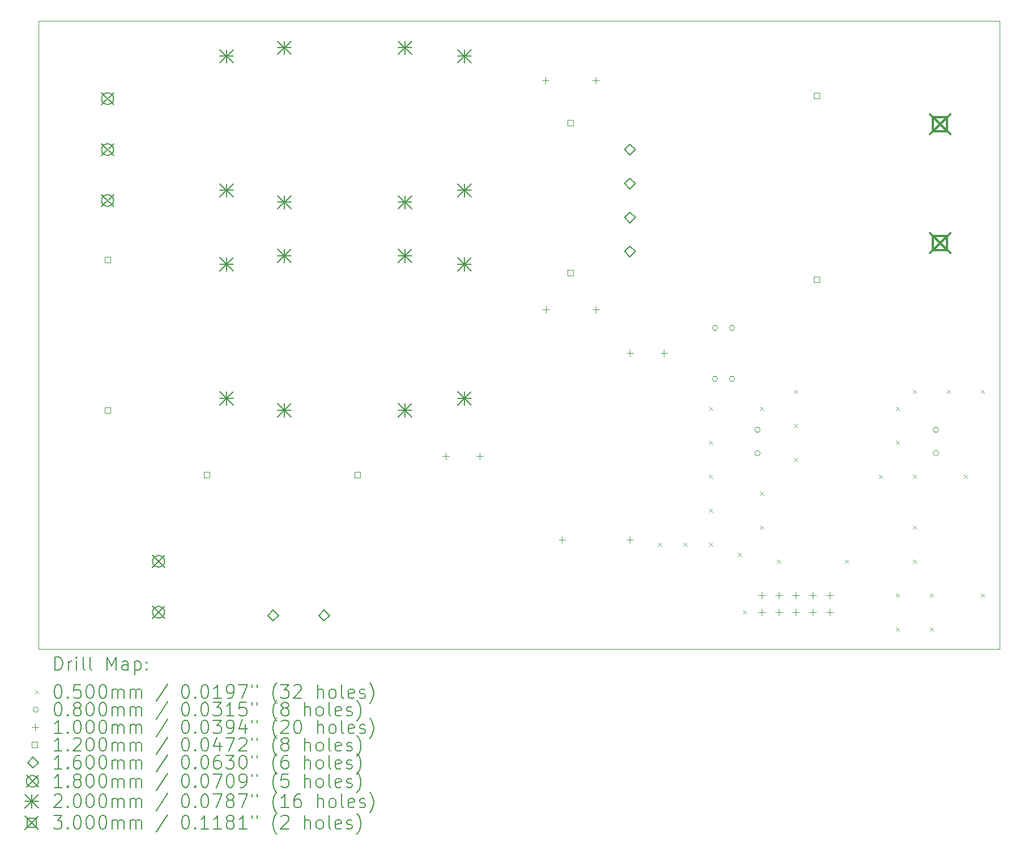
<source format=gbr>
%TF.GenerationSoftware,KiCad,Pcbnew,7.0.2*%
%TF.CreationDate,2023-10-13T15:39:27+02:00*%
%TF.ProjectId,Module_3,4d6f6475-6c65-45f3-932e-6b696361645f,rev?*%
%TF.SameCoordinates,Original*%
%TF.FileFunction,Drillmap*%
%TF.FilePolarity,Positive*%
%FSLAX45Y45*%
G04 Gerber Fmt 4.5, Leading zero omitted, Abs format (unit mm)*
G04 Created by KiCad (PCBNEW 7.0.2) date 2023-10-13 15:39:27*
%MOMM*%
%LPD*%
G01*
G04 APERTURE LIST*
%ADD10C,0.100000*%
%ADD11C,0.200000*%
%ADD12C,0.050000*%
%ADD13C,0.080000*%
%ADD14C,0.120000*%
%ADD15C,0.160000*%
%ADD16C,0.180000*%
%ADD17C,0.300000*%
G04 APERTURE END LIST*
D10*
X7988300Y-4612800D02*
X22352000Y-4612800D01*
X22352000Y-14010800D01*
X7988300Y-14010800D01*
X7988300Y-4612800D01*
D11*
D12*
X17247000Y-12421000D02*
X17297000Y-12471000D01*
X17297000Y-12421000D02*
X17247000Y-12471000D01*
X17628000Y-12421000D02*
X17678000Y-12471000D01*
X17678000Y-12421000D02*
X17628000Y-12471000D01*
X18009000Y-10389000D02*
X18059000Y-10439000D01*
X18059000Y-10389000D02*
X18009000Y-10439000D01*
X18009000Y-10897000D02*
X18059000Y-10947000D01*
X18059000Y-10897000D02*
X18009000Y-10947000D01*
X18009000Y-11405000D02*
X18059000Y-11455000D01*
X18059000Y-11405000D02*
X18009000Y-11455000D01*
X18009000Y-11913000D02*
X18059000Y-11963000D01*
X18059000Y-11913000D02*
X18009000Y-11963000D01*
X18009000Y-12421000D02*
X18059000Y-12471000D01*
X18059000Y-12421000D02*
X18009000Y-12471000D01*
X18440800Y-12573400D02*
X18490800Y-12623400D01*
X18490800Y-12573400D02*
X18440800Y-12623400D01*
X18517000Y-13437000D02*
X18567000Y-13487000D01*
X18567000Y-13437000D02*
X18517000Y-13487000D01*
X18771000Y-10389000D02*
X18821000Y-10439000D01*
X18821000Y-10389000D02*
X18771000Y-10439000D01*
X18771000Y-11659000D02*
X18821000Y-11709000D01*
X18821000Y-11659000D02*
X18771000Y-11709000D01*
X18771000Y-12167000D02*
X18821000Y-12217000D01*
X18821000Y-12167000D02*
X18771000Y-12217000D01*
X19025000Y-12675000D02*
X19075000Y-12725000D01*
X19075000Y-12675000D02*
X19025000Y-12725000D01*
X19279000Y-10135000D02*
X19329000Y-10185000D01*
X19329000Y-10135000D02*
X19279000Y-10185000D01*
X19279000Y-10643000D02*
X19329000Y-10693000D01*
X19329000Y-10643000D02*
X19279000Y-10693000D01*
X19279000Y-11151000D02*
X19329000Y-11201000D01*
X19329000Y-11151000D02*
X19279000Y-11201000D01*
X20041000Y-12675000D02*
X20091000Y-12725000D01*
X20091000Y-12675000D02*
X20041000Y-12725000D01*
X20549000Y-11405000D02*
X20599000Y-11455000D01*
X20599000Y-11405000D02*
X20549000Y-11455000D01*
X20803000Y-10389000D02*
X20853000Y-10439000D01*
X20853000Y-10389000D02*
X20803000Y-10439000D01*
X20803000Y-10897000D02*
X20853000Y-10947000D01*
X20853000Y-10897000D02*
X20803000Y-10947000D01*
X20803000Y-13183000D02*
X20853000Y-13233000D01*
X20853000Y-13183000D02*
X20803000Y-13233000D01*
X20803000Y-13691000D02*
X20853000Y-13741000D01*
X20853000Y-13691000D02*
X20803000Y-13741000D01*
X21057000Y-10135000D02*
X21107000Y-10185000D01*
X21107000Y-10135000D02*
X21057000Y-10185000D01*
X21057000Y-11405000D02*
X21107000Y-11455000D01*
X21107000Y-11405000D02*
X21057000Y-11455000D01*
X21057000Y-12167000D02*
X21107000Y-12217000D01*
X21107000Y-12167000D02*
X21057000Y-12217000D01*
X21057000Y-12675000D02*
X21107000Y-12725000D01*
X21107000Y-12675000D02*
X21057000Y-12725000D01*
X21311000Y-13183000D02*
X21361000Y-13233000D01*
X21361000Y-13183000D02*
X21311000Y-13233000D01*
X21311000Y-13691000D02*
X21361000Y-13741000D01*
X21361000Y-13691000D02*
X21311000Y-13741000D01*
X21565000Y-10135000D02*
X21615000Y-10185000D01*
X21615000Y-10135000D02*
X21565000Y-10185000D01*
X21819000Y-11405000D02*
X21869000Y-11455000D01*
X21869000Y-11405000D02*
X21819000Y-11455000D01*
X22073000Y-10135000D02*
X22123000Y-10185000D01*
X22123000Y-10135000D02*
X22073000Y-10185000D01*
X22073000Y-13183000D02*
X22123000Y-13233000D01*
X22123000Y-13183000D02*
X22073000Y-13233000D01*
D13*
X18138000Y-9208500D02*
G75*
G03*
X18138000Y-9208500I-40000J0D01*
G01*
X18138000Y-9970500D02*
G75*
G03*
X18138000Y-9970500I-40000J0D01*
G01*
X18392000Y-9208500D02*
G75*
G03*
X18392000Y-9208500I-40000J0D01*
G01*
X18392000Y-9970500D02*
G75*
G03*
X18392000Y-9970500I-40000J0D01*
G01*
X18772500Y-10731500D02*
G75*
G03*
X18772500Y-10731500I-40000J0D01*
G01*
X18772500Y-11081500D02*
G75*
G03*
X18772500Y-11081500I-40000J0D01*
G01*
X21439500Y-10731500D02*
G75*
G03*
X21439500Y-10731500I-40000J0D01*
G01*
X21439500Y-11081500D02*
G75*
G03*
X21439500Y-11081500I-40000J0D01*
G01*
D10*
X14071600Y-11075200D02*
X14071600Y-11175200D01*
X14021600Y-11125200D02*
X14121600Y-11125200D01*
X14579600Y-11076200D02*
X14579600Y-11176200D01*
X14529600Y-11126200D02*
X14629600Y-11126200D01*
X15563500Y-5451800D02*
X15563500Y-5551800D01*
X15513500Y-5501800D02*
X15613500Y-5501800D01*
X15569500Y-8880800D02*
X15569500Y-8980800D01*
X15519500Y-8930800D02*
X15619500Y-8930800D01*
X15811500Y-12332500D02*
X15811500Y-12432500D01*
X15761500Y-12382500D02*
X15861500Y-12382500D01*
X16313500Y-5451800D02*
X16313500Y-5551800D01*
X16263500Y-5501800D02*
X16363500Y-5501800D01*
X16319500Y-8880800D02*
X16319500Y-8980800D01*
X16269500Y-8930800D02*
X16369500Y-8930800D01*
X16827500Y-9538500D02*
X16827500Y-9638500D01*
X16777500Y-9588500D02*
X16877500Y-9588500D01*
X16827500Y-12332500D02*
X16827500Y-12432500D01*
X16777500Y-12382500D02*
X16877500Y-12382500D01*
X17335500Y-9538500D02*
X17335500Y-9638500D01*
X17285500Y-9588500D02*
X17385500Y-9588500D01*
X18796000Y-13158000D02*
X18796000Y-13258000D01*
X18746000Y-13208000D02*
X18846000Y-13208000D01*
X18796000Y-13412000D02*
X18796000Y-13512000D01*
X18746000Y-13462000D02*
X18846000Y-13462000D01*
X19050000Y-13158000D02*
X19050000Y-13258000D01*
X19000000Y-13208000D02*
X19100000Y-13208000D01*
X19050000Y-13412000D02*
X19050000Y-13512000D01*
X19000000Y-13462000D02*
X19100000Y-13462000D01*
X19304000Y-13158000D02*
X19304000Y-13258000D01*
X19254000Y-13208000D02*
X19354000Y-13208000D01*
X19304000Y-13412000D02*
X19304000Y-13512000D01*
X19254000Y-13462000D02*
X19354000Y-13462000D01*
X19558000Y-13158000D02*
X19558000Y-13258000D01*
X19508000Y-13208000D02*
X19608000Y-13208000D01*
X19558000Y-13412000D02*
X19558000Y-13512000D01*
X19508000Y-13462000D02*
X19608000Y-13462000D01*
X19812000Y-13158000D02*
X19812000Y-13258000D01*
X19762000Y-13208000D02*
X19862000Y-13208000D01*
X19812000Y-13412000D02*
X19812000Y-13512000D01*
X19762000Y-13462000D02*
X19862000Y-13462000D01*
D14*
X9059427Y-8233927D02*
X9059427Y-8149073D01*
X8974573Y-8149073D01*
X8974573Y-8233927D01*
X9059427Y-8233927D01*
X9059427Y-10483927D02*
X9059427Y-10399073D01*
X8974573Y-10399073D01*
X8974573Y-10483927D01*
X9059427Y-10483927D01*
X10543227Y-11447027D02*
X10543227Y-11362173D01*
X10458373Y-11362173D01*
X10458373Y-11447027D01*
X10543227Y-11447027D01*
X12793227Y-11447027D02*
X12793227Y-11362173D01*
X12708373Y-11362173D01*
X12708373Y-11447027D01*
X12793227Y-11447027D01*
X15980927Y-6179227D02*
X15980927Y-6094373D01*
X15896073Y-6094373D01*
X15896073Y-6179227D01*
X15980927Y-6179227D01*
X15980927Y-8429227D02*
X15980927Y-8344373D01*
X15896073Y-8344373D01*
X15896073Y-8429227D01*
X15980927Y-8429227D01*
X19663927Y-5779427D02*
X19663927Y-5694573D01*
X19579073Y-5694573D01*
X19579073Y-5779427D01*
X19663927Y-5779427D01*
X19663927Y-8529427D02*
X19663927Y-8444573D01*
X19579073Y-8444573D01*
X19579073Y-8529427D01*
X19663927Y-8529427D01*
D15*
X11493500Y-13592800D02*
X11573500Y-13512800D01*
X11493500Y-13432800D01*
X11413500Y-13512800D01*
X11493500Y-13592800D01*
X12255500Y-13592800D02*
X12335500Y-13512800D01*
X12255500Y-13432800D01*
X12175500Y-13512800D01*
X12255500Y-13592800D01*
X16827500Y-6620500D02*
X16907500Y-6540500D01*
X16827500Y-6460500D01*
X16747500Y-6540500D01*
X16827500Y-6620500D01*
X16827500Y-7128500D02*
X16907500Y-7048500D01*
X16827500Y-6968500D01*
X16747500Y-7048500D01*
X16827500Y-7128500D01*
X16827500Y-7636500D02*
X16907500Y-7556500D01*
X16827500Y-7476500D01*
X16747500Y-7556500D01*
X16827500Y-7636500D01*
X16827500Y-8144500D02*
X16907500Y-8064500D01*
X16827500Y-7984500D01*
X16747500Y-8064500D01*
X16827500Y-8144500D01*
D16*
X8927000Y-5688500D02*
X9107000Y-5868500D01*
X9107000Y-5688500D02*
X8927000Y-5868500D01*
X9107000Y-5778500D02*
G75*
G03*
X9107000Y-5778500I-90000J0D01*
G01*
X8927000Y-6450500D02*
X9107000Y-6630500D01*
X9107000Y-6450500D02*
X8927000Y-6630500D01*
X9107000Y-6540500D02*
G75*
G03*
X9107000Y-6540500I-90000J0D01*
G01*
X8927000Y-7212500D02*
X9107000Y-7392500D01*
X9107000Y-7212500D02*
X8927000Y-7392500D01*
X9107000Y-7302500D02*
G75*
G03*
X9107000Y-7302500I-90000J0D01*
G01*
X9689000Y-12610000D02*
X9869000Y-12790000D01*
X9869000Y-12610000D02*
X9689000Y-12790000D01*
X9869000Y-12700000D02*
G75*
G03*
X9869000Y-12700000I-90000J0D01*
G01*
X9689000Y-13372000D02*
X9869000Y-13552000D01*
X9869000Y-13372000D02*
X9689000Y-13552000D01*
X9869000Y-13462000D02*
G75*
G03*
X9869000Y-13462000I-90000J0D01*
G01*
D11*
X10695000Y-5043500D02*
X10895000Y-5243500D01*
X10895000Y-5043500D02*
X10695000Y-5243500D01*
X10795000Y-5043500D02*
X10795000Y-5243500D01*
X10695000Y-5143500D02*
X10895000Y-5143500D01*
X10695000Y-7050100D02*
X10895000Y-7250100D01*
X10895000Y-7050100D02*
X10695000Y-7250100D01*
X10795000Y-7050100D02*
X10795000Y-7250100D01*
X10695000Y-7150100D02*
X10895000Y-7150100D01*
X10695000Y-8155000D02*
X10895000Y-8355000D01*
X10895000Y-8155000D02*
X10695000Y-8355000D01*
X10795000Y-8155000D02*
X10795000Y-8355000D01*
X10695000Y-8255000D02*
X10895000Y-8255000D01*
X10695000Y-10161600D02*
X10895000Y-10361600D01*
X10895000Y-10161600D02*
X10695000Y-10361600D01*
X10795000Y-10161600D02*
X10795000Y-10361600D01*
X10695000Y-10261600D02*
X10895000Y-10261600D01*
X11558600Y-4916500D02*
X11758600Y-5116500D01*
X11758600Y-4916500D02*
X11558600Y-5116500D01*
X11658600Y-4916500D02*
X11658600Y-5116500D01*
X11558600Y-5016500D02*
X11758600Y-5016500D01*
X11558600Y-7227900D02*
X11758600Y-7427900D01*
X11758600Y-7227900D02*
X11558600Y-7427900D01*
X11658600Y-7227900D02*
X11658600Y-7427900D01*
X11558600Y-7327900D02*
X11758600Y-7327900D01*
X11558600Y-8028000D02*
X11758600Y-8228000D01*
X11758600Y-8028000D02*
X11558600Y-8228000D01*
X11658600Y-8028000D02*
X11658600Y-8228000D01*
X11558600Y-8128000D02*
X11758600Y-8128000D01*
X11558600Y-10339400D02*
X11758600Y-10539400D01*
X11758600Y-10339400D02*
X11558600Y-10539400D01*
X11658600Y-10339400D02*
X11658600Y-10539400D01*
X11558600Y-10439400D02*
X11758600Y-10439400D01*
X13362000Y-4916500D02*
X13562000Y-5116500D01*
X13562000Y-4916500D02*
X13362000Y-5116500D01*
X13462000Y-4916500D02*
X13462000Y-5116500D01*
X13362000Y-5016500D02*
X13562000Y-5016500D01*
X13362000Y-7227900D02*
X13562000Y-7427900D01*
X13562000Y-7227900D02*
X13362000Y-7427900D01*
X13462000Y-7227900D02*
X13462000Y-7427900D01*
X13362000Y-7327900D02*
X13562000Y-7327900D01*
X13362000Y-8028000D02*
X13562000Y-8228000D01*
X13562000Y-8028000D02*
X13362000Y-8228000D01*
X13462000Y-8028000D02*
X13462000Y-8228000D01*
X13362000Y-8128000D02*
X13562000Y-8128000D01*
X13362000Y-10339400D02*
X13562000Y-10539400D01*
X13562000Y-10339400D02*
X13362000Y-10539400D01*
X13462000Y-10339400D02*
X13462000Y-10539400D01*
X13362000Y-10439400D02*
X13562000Y-10439400D01*
X14251000Y-5043500D02*
X14451000Y-5243500D01*
X14451000Y-5043500D02*
X14251000Y-5243500D01*
X14351000Y-5043500D02*
X14351000Y-5243500D01*
X14251000Y-5143500D02*
X14451000Y-5143500D01*
X14251000Y-7050100D02*
X14451000Y-7250100D01*
X14451000Y-7050100D02*
X14251000Y-7250100D01*
X14351000Y-7050100D02*
X14351000Y-7250100D01*
X14251000Y-7150100D02*
X14451000Y-7150100D01*
X14251000Y-8155000D02*
X14451000Y-8355000D01*
X14451000Y-8155000D02*
X14251000Y-8355000D01*
X14351000Y-8155000D02*
X14351000Y-8355000D01*
X14251000Y-8255000D02*
X14451000Y-8255000D01*
X14251000Y-10161600D02*
X14451000Y-10361600D01*
X14451000Y-10161600D02*
X14251000Y-10361600D01*
X14351000Y-10161600D02*
X14351000Y-10361600D01*
X14251000Y-10261600D02*
X14451000Y-10261600D01*
D17*
X21313000Y-6009500D02*
X21613000Y-6309500D01*
X21613000Y-6009500D02*
X21313000Y-6309500D01*
X21569067Y-6265567D02*
X21569067Y-6053433D01*
X21356933Y-6053433D01*
X21356933Y-6265567D01*
X21569067Y-6265567D01*
X21313000Y-7787500D02*
X21613000Y-8087500D01*
X21613000Y-7787500D02*
X21313000Y-8087500D01*
X21569067Y-8043567D02*
X21569067Y-7831433D01*
X21356933Y-7831433D01*
X21356933Y-8043567D01*
X21569067Y-8043567D01*
D11*
X8230919Y-14328324D02*
X8230919Y-14128324D01*
X8230919Y-14128324D02*
X8278538Y-14128324D01*
X8278538Y-14128324D02*
X8307109Y-14137848D01*
X8307109Y-14137848D02*
X8326157Y-14156895D01*
X8326157Y-14156895D02*
X8335681Y-14175943D01*
X8335681Y-14175943D02*
X8345205Y-14214038D01*
X8345205Y-14214038D02*
X8345205Y-14242609D01*
X8345205Y-14242609D02*
X8335681Y-14280705D01*
X8335681Y-14280705D02*
X8326157Y-14299752D01*
X8326157Y-14299752D02*
X8307109Y-14318800D01*
X8307109Y-14318800D02*
X8278538Y-14328324D01*
X8278538Y-14328324D02*
X8230919Y-14328324D01*
X8430919Y-14328324D02*
X8430919Y-14194990D01*
X8430919Y-14233086D02*
X8440443Y-14214038D01*
X8440443Y-14214038D02*
X8449967Y-14204514D01*
X8449967Y-14204514D02*
X8469014Y-14194990D01*
X8469014Y-14194990D02*
X8488062Y-14194990D01*
X8554729Y-14328324D02*
X8554729Y-14194990D01*
X8554729Y-14128324D02*
X8545205Y-14137848D01*
X8545205Y-14137848D02*
X8554729Y-14147371D01*
X8554729Y-14147371D02*
X8564252Y-14137848D01*
X8564252Y-14137848D02*
X8554729Y-14128324D01*
X8554729Y-14128324D02*
X8554729Y-14147371D01*
X8678538Y-14328324D02*
X8659490Y-14318800D01*
X8659490Y-14318800D02*
X8649967Y-14299752D01*
X8649967Y-14299752D02*
X8649967Y-14128324D01*
X8783300Y-14328324D02*
X8764252Y-14318800D01*
X8764252Y-14318800D02*
X8754729Y-14299752D01*
X8754729Y-14299752D02*
X8754729Y-14128324D01*
X9011871Y-14328324D02*
X9011871Y-14128324D01*
X9011871Y-14128324D02*
X9078538Y-14271181D01*
X9078538Y-14271181D02*
X9145205Y-14128324D01*
X9145205Y-14128324D02*
X9145205Y-14328324D01*
X9326157Y-14328324D02*
X9326157Y-14223562D01*
X9326157Y-14223562D02*
X9316633Y-14204514D01*
X9316633Y-14204514D02*
X9297586Y-14194990D01*
X9297586Y-14194990D02*
X9259490Y-14194990D01*
X9259490Y-14194990D02*
X9240443Y-14204514D01*
X9326157Y-14318800D02*
X9307110Y-14328324D01*
X9307110Y-14328324D02*
X9259490Y-14328324D01*
X9259490Y-14328324D02*
X9240443Y-14318800D01*
X9240443Y-14318800D02*
X9230919Y-14299752D01*
X9230919Y-14299752D02*
X9230919Y-14280705D01*
X9230919Y-14280705D02*
X9240443Y-14261657D01*
X9240443Y-14261657D02*
X9259490Y-14252133D01*
X9259490Y-14252133D02*
X9307110Y-14252133D01*
X9307110Y-14252133D02*
X9326157Y-14242609D01*
X9421395Y-14194990D02*
X9421395Y-14394990D01*
X9421395Y-14204514D02*
X9440443Y-14194990D01*
X9440443Y-14194990D02*
X9478538Y-14194990D01*
X9478538Y-14194990D02*
X9497586Y-14204514D01*
X9497586Y-14204514D02*
X9507110Y-14214038D01*
X9507110Y-14214038D02*
X9516633Y-14233086D01*
X9516633Y-14233086D02*
X9516633Y-14290228D01*
X9516633Y-14290228D02*
X9507110Y-14309276D01*
X9507110Y-14309276D02*
X9497586Y-14318800D01*
X9497586Y-14318800D02*
X9478538Y-14328324D01*
X9478538Y-14328324D02*
X9440443Y-14328324D01*
X9440443Y-14328324D02*
X9421395Y-14318800D01*
X9602348Y-14309276D02*
X9611871Y-14318800D01*
X9611871Y-14318800D02*
X9602348Y-14328324D01*
X9602348Y-14328324D02*
X9592824Y-14318800D01*
X9592824Y-14318800D02*
X9602348Y-14309276D01*
X9602348Y-14309276D02*
X9602348Y-14328324D01*
X9602348Y-14204514D02*
X9611871Y-14214038D01*
X9611871Y-14214038D02*
X9602348Y-14223562D01*
X9602348Y-14223562D02*
X9592824Y-14214038D01*
X9592824Y-14214038D02*
X9602348Y-14204514D01*
X9602348Y-14204514D02*
X9602348Y-14223562D01*
D12*
X7933300Y-14630800D02*
X7983300Y-14680800D01*
X7983300Y-14630800D02*
X7933300Y-14680800D01*
D11*
X8269014Y-14548324D02*
X8288062Y-14548324D01*
X8288062Y-14548324D02*
X8307109Y-14557848D01*
X8307109Y-14557848D02*
X8316633Y-14567371D01*
X8316633Y-14567371D02*
X8326157Y-14586419D01*
X8326157Y-14586419D02*
X8335681Y-14624514D01*
X8335681Y-14624514D02*
X8335681Y-14672133D01*
X8335681Y-14672133D02*
X8326157Y-14710228D01*
X8326157Y-14710228D02*
X8316633Y-14729276D01*
X8316633Y-14729276D02*
X8307109Y-14738800D01*
X8307109Y-14738800D02*
X8288062Y-14748324D01*
X8288062Y-14748324D02*
X8269014Y-14748324D01*
X8269014Y-14748324D02*
X8249967Y-14738800D01*
X8249967Y-14738800D02*
X8240443Y-14729276D01*
X8240443Y-14729276D02*
X8230919Y-14710228D01*
X8230919Y-14710228D02*
X8221395Y-14672133D01*
X8221395Y-14672133D02*
X8221395Y-14624514D01*
X8221395Y-14624514D02*
X8230919Y-14586419D01*
X8230919Y-14586419D02*
X8240443Y-14567371D01*
X8240443Y-14567371D02*
X8249967Y-14557848D01*
X8249967Y-14557848D02*
X8269014Y-14548324D01*
X8421395Y-14729276D02*
X8430919Y-14738800D01*
X8430919Y-14738800D02*
X8421395Y-14748324D01*
X8421395Y-14748324D02*
X8411871Y-14738800D01*
X8411871Y-14738800D02*
X8421395Y-14729276D01*
X8421395Y-14729276D02*
X8421395Y-14748324D01*
X8611871Y-14548324D02*
X8516633Y-14548324D01*
X8516633Y-14548324D02*
X8507110Y-14643562D01*
X8507110Y-14643562D02*
X8516633Y-14634038D01*
X8516633Y-14634038D02*
X8535681Y-14624514D01*
X8535681Y-14624514D02*
X8583300Y-14624514D01*
X8583300Y-14624514D02*
X8602348Y-14634038D01*
X8602348Y-14634038D02*
X8611871Y-14643562D01*
X8611871Y-14643562D02*
X8621395Y-14662609D01*
X8621395Y-14662609D02*
X8621395Y-14710228D01*
X8621395Y-14710228D02*
X8611871Y-14729276D01*
X8611871Y-14729276D02*
X8602348Y-14738800D01*
X8602348Y-14738800D02*
X8583300Y-14748324D01*
X8583300Y-14748324D02*
X8535681Y-14748324D01*
X8535681Y-14748324D02*
X8516633Y-14738800D01*
X8516633Y-14738800D02*
X8507110Y-14729276D01*
X8745205Y-14548324D02*
X8764252Y-14548324D01*
X8764252Y-14548324D02*
X8783300Y-14557848D01*
X8783300Y-14557848D02*
X8792824Y-14567371D01*
X8792824Y-14567371D02*
X8802348Y-14586419D01*
X8802348Y-14586419D02*
X8811871Y-14624514D01*
X8811871Y-14624514D02*
X8811871Y-14672133D01*
X8811871Y-14672133D02*
X8802348Y-14710228D01*
X8802348Y-14710228D02*
X8792824Y-14729276D01*
X8792824Y-14729276D02*
X8783300Y-14738800D01*
X8783300Y-14738800D02*
X8764252Y-14748324D01*
X8764252Y-14748324D02*
X8745205Y-14748324D01*
X8745205Y-14748324D02*
X8726157Y-14738800D01*
X8726157Y-14738800D02*
X8716633Y-14729276D01*
X8716633Y-14729276D02*
X8707110Y-14710228D01*
X8707110Y-14710228D02*
X8697586Y-14672133D01*
X8697586Y-14672133D02*
X8697586Y-14624514D01*
X8697586Y-14624514D02*
X8707110Y-14586419D01*
X8707110Y-14586419D02*
X8716633Y-14567371D01*
X8716633Y-14567371D02*
X8726157Y-14557848D01*
X8726157Y-14557848D02*
X8745205Y-14548324D01*
X8935681Y-14548324D02*
X8954729Y-14548324D01*
X8954729Y-14548324D02*
X8973776Y-14557848D01*
X8973776Y-14557848D02*
X8983300Y-14567371D01*
X8983300Y-14567371D02*
X8992824Y-14586419D01*
X8992824Y-14586419D02*
X9002348Y-14624514D01*
X9002348Y-14624514D02*
X9002348Y-14672133D01*
X9002348Y-14672133D02*
X8992824Y-14710228D01*
X8992824Y-14710228D02*
X8983300Y-14729276D01*
X8983300Y-14729276D02*
X8973776Y-14738800D01*
X8973776Y-14738800D02*
X8954729Y-14748324D01*
X8954729Y-14748324D02*
X8935681Y-14748324D01*
X8935681Y-14748324D02*
X8916633Y-14738800D01*
X8916633Y-14738800D02*
X8907110Y-14729276D01*
X8907110Y-14729276D02*
X8897586Y-14710228D01*
X8897586Y-14710228D02*
X8888062Y-14672133D01*
X8888062Y-14672133D02*
X8888062Y-14624514D01*
X8888062Y-14624514D02*
X8897586Y-14586419D01*
X8897586Y-14586419D02*
X8907110Y-14567371D01*
X8907110Y-14567371D02*
X8916633Y-14557848D01*
X8916633Y-14557848D02*
X8935681Y-14548324D01*
X9088062Y-14748324D02*
X9088062Y-14614990D01*
X9088062Y-14634038D02*
X9097586Y-14624514D01*
X9097586Y-14624514D02*
X9116633Y-14614990D01*
X9116633Y-14614990D02*
X9145205Y-14614990D01*
X9145205Y-14614990D02*
X9164252Y-14624514D01*
X9164252Y-14624514D02*
X9173776Y-14643562D01*
X9173776Y-14643562D02*
X9173776Y-14748324D01*
X9173776Y-14643562D02*
X9183300Y-14624514D01*
X9183300Y-14624514D02*
X9202348Y-14614990D01*
X9202348Y-14614990D02*
X9230919Y-14614990D01*
X9230919Y-14614990D02*
X9249967Y-14624514D01*
X9249967Y-14624514D02*
X9259491Y-14643562D01*
X9259491Y-14643562D02*
X9259491Y-14748324D01*
X9354729Y-14748324D02*
X9354729Y-14614990D01*
X9354729Y-14634038D02*
X9364252Y-14624514D01*
X9364252Y-14624514D02*
X9383300Y-14614990D01*
X9383300Y-14614990D02*
X9411872Y-14614990D01*
X9411872Y-14614990D02*
X9430919Y-14624514D01*
X9430919Y-14624514D02*
X9440443Y-14643562D01*
X9440443Y-14643562D02*
X9440443Y-14748324D01*
X9440443Y-14643562D02*
X9449967Y-14624514D01*
X9449967Y-14624514D02*
X9469014Y-14614990D01*
X9469014Y-14614990D02*
X9497586Y-14614990D01*
X9497586Y-14614990D02*
X9516633Y-14624514D01*
X9516633Y-14624514D02*
X9526157Y-14643562D01*
X9526157Y-14643562D02*
X9526157Y-14748324D01*
X9916633Y-14538800D02*
X9745205Y-14795943D01*
X10173776Y-14548324D02*
X10192824Y-14548324D01*
X10192824Y-14548324D02*
X10211872Y-14557848D01*
X10211872Y-14557848D02*
X10221395Y-14567371D01*
X10221395Y-14567371D02*
X10230919Y-14586419D01*
X10230919Y-14586419D02*
X10240443Y-14624514D01*
X10240443Y-14624514D02*
X10240443Y-14672133D01*
X10240443Y-14672133D02*
X10230919Y-14710228D01*
X10230919Y-14710228D02*
X10221395Y-14729276D01*
X10221395Y-14729276D02*
X10211872Y-14738800D01*
X10211872Y-14738800D02*
X10192824Y-14748324D01*
X10192824Y-14748324D02*
X10173776Y-14748324D01*
X10173776Y-14748324D02*
X10154729Y-14738800D01*
X10154729Y-14738800D02*
X10145205Y-14729276D01*
X10145205Y-14729276D02*
X10135681Y-14710228D01*
X10135681Y-14710228D02*
X10126157Y-14672133D01*
X10126157Y-14672133D02*
X10126157Y-14624514D01*
X10126157Y-14624514D02*
X10135681Y-14586419D01*
X10135681Y-14586419D02*
X10145205Y-14567371D01*
X10145205Y-14567371D02*
X10154729Y-14557848D01*
X10154729Y-14557848D02*
X10173776Y-14548324D01*
X10326157Y-14729276D02*
X10335681Y-14738800D01*
X10335681Y-14738800D02*
X10326157Y-14748324D01*
X10326157Y-14748324D02*
X10316634Y-14738800D01*
X10316634Y-14738800D02*
X10326157Y-14729276D01*
X10326157Y-14729276D02*
X10326157Y-14748324D01*
X10459491Y-14548324D02*
X10478538Y-14548324D01*
X10478538Y-14548324D02*
X10497586Y-14557848D01*
X10497586Y-14557848D02*
X10507110Y-14567371D01*
X10507110Y-14567371D02*
X10516634Y-14586419D01*
X10516634Y-14586419D02*
X10526157Y-14624514D01*
X10526157Y-14624514D02*
X10526157Y-14672133D01*
X10526157Y-14672133D02*
X10516634Y-14710228D01*
X10516634Y-14710228D02*
X10507110Y-14729276D01*
X10507110Y-14729276D02*
X10497586Y-14738800D01*
X10497586Y-14738800D02*
X10478538Y-14748324D01*
X10478538Y-14748324D02*
X10459491Y-14748324D01*
X10459491Y-14748324D02*
X10440443Y-14738800D01*
X10440443Y-14738800D02*
X10430919Y-14729276D01*
X10430919Y-14729276D02*
X10421395Y-14710228D01*
X10421395Y-14710228D02*
X10411872Y-14672133D01*
X10411872Y-14672133D02*
X10411872Y-14624514D01*
X10411872Y-14624514D02*
X10421395Y-14586419D01*
X10421395Y-14586419D02*
X10430919Y-14567371D01*
X10430919Y-14567371D02*
X10440443Y-14557848D01*
X10440443Y-14557848D02*
X10459491Y-14548324D01*
X10716634Y-14748324D02*
X10602348Y-14748324D01*
X10659491Y-14748324D02*
X10659491Y-14548324D01*
X10659491Y-14548324D02*
X10640443Y-14576895D01*
X10640443Y-14576895D02*
X10621395Y-14595943D01*
X10621395Y-14595943D02*
X10602348Y-14605467D01*
X10811872Y-14748324D02*
X10849967Y-14748324D01*
X10849967Y-14748324D02*
X10869015Y-14738800D01*
X10869015Y-14738800D02*
X10878538Y-14729276D01*
X10878538Y-14729276D02*
X10897586Y-14700705D01*
X10897586Y-14700705D02*
X10907110Y-14662609D01*
X10907110Y-14662609D02*
X10907110Y-14586419D01*
X10907110Y-14586419D02*
X10897586Y-14567371D01*
X10897586Y-14567371D02*
X10888062Y-14557848D01*
X10888062Y-14557848D02*
X10869015Y-14548324D01*
X10869015Y-14548324D02*
X10830919Y-14548324D01*
X10830919Y-14548324D02*
X10811872Y-14557848D01*
X10811872Y-14557848D02*
X10802348Y-14567371D01*
X10802348Y-14567371D02*
X10792824Y-14586419D01*
X10792824Y-14586419D02*
X10792824Y-14634038D01*
X10792824Y-14634038D02*
X10802348Y-14653086D01*
X10802348Y-14653086D02*
X10811872Y-14662609D01*
X10811872Y-14662609D02*
X10830919Y-14672133D01*
X10830919Y-14672133D02*
X10869015Y-14672133D01*
X10869015Y-14672133D02*
X10888062Y-14662609D01*
X10888062Y-14662609D02*
X10897586Y-14653086D01*
X10897586Y-14653086D02*
X10907110Y-14634038D01*
X10973776Y-14548324D02*
X11107110Y-14548324D01*
X11107110Y-14548324D02*
X11021395Y-14748324D01*
X11173776Y-14548324D02*
X11173776Y-14586419D01*
X11249967Y-14548324D02*
X11249967Y-14586419D01*
X11545205Y-14824514D02*
X11535681Y-14814990D01*
X11535681Y-14814990D02*
X11516634Y-14786419D01*
X11516634Y-14786419D02*
X11507110Y-14767371D01*
X11507110Y-14767371D02*
X11497586Y-14738800D01*
X11497586Y-14738800D02*
X11488062Y-14691181D01*
X11488062Y-14691181D02*
X11488062Y-14653086D01*
X11488062Y-14653086D02*
X11497586Y-14605467D01*
X11497586Y-14605467D02*
X11507110Y-14576895D01*
X11507110Y-14576895D02*
X11516634Y-14557848D01*
X11516634Y-14557848D02*
X11535681Y-14529276D01*
X11535681Y-14529276D02*
X11545205Y-14519752D01*
X11602348Y-14548324D02*
X11726157Y-14548324D01*
X11726157Y-14548324D02*
X11659491Y-14624514D01*
X11659491Y-14624514D02*
X11688062Y-14624514D01*
X11688062Y-14624514D02*
X11707110Y-14634038D01*
X11707110Y-14634038D02*
X11716634Y-14643562D01*
X11716634Y-14643562D02*
X11726157Y-14662609D01*
X11726157Y-14662609D02*
X11726157Y-14710228D01*
X11726157Y-14710228D02*
X11716634Y-14729276D01*
X11716634Y-14729276D02*
X11707110Y-14738800D01*
X11707110Y-14738800D02*
X11688062Y-14748324D01*
X11688062Y-14748324D02*
X11630919Y-14748324D01*
X11630919Y-14748324D02*
X11611872Y-14738800D01*
X11611872Y-14738800D02*
X11602348Y-14729276D01*
X11802348Y-14567371D02*
X11811872Y-14557848D01*
X11811872Y-14557848D02*
X11830919Y-14548324D01*
X11830919Y-14548324D02*
X11878538Y-14548324D01*
X11878538Y-14548324D02*
X11897586Y-14557848D01*
X11897586Y-14557848D02*
X11907110Y-14567371D01*
X11907110Y-14567371D02*
X11916634Y-14586419D01*
X11916634Y-14586419D02*
X11916634Y-14605467D01*
X11916634Y-14605467D02*
X11907110Y-14634038D01*
X11907110Y-14634038D02*
X11792824Y-14748324D01*
X11792824Y-14748324D02*
X11916634Y-14748324D01*
X12154729Y-14748324D02*
X12154729Y-14548324D01*
X12240443Y-14748324D02*
X12240443Y-14643562D01*
X12240443Y-14643562D02*
X12230919Y-14624514D01*
X12230919Y-14624514D02*
X12211872Y-14614990D01*
X12211872Y-14614990D02*
X12183300Y-14614990D01*
X12183300Y-14614990D02*
X12164253Y-14624514D01*
X12164253Y-14624514D02*
X12154729Y-14634038D01*
X12364253Y-14748324D02*
X12345205Y-14738800D01*
X12345205Y-14738800D02*
X12335681Y-14729276D01*
X12335681Y-14729276D02*
X12326157Y-14710228D01*
X12326157Y-14710228D02*
X12326157Y-14653086D01*
X12326157Y-14653086D02*
X12335681Y-14634038D01*
X12335681Y-14634038D02*
X12345205Y-14624514D01*
X12345205Y-14624514D02*
X12364253Y-14614990D01*
X12364253Y-14614990D02*
X12392824Y-14614990D01*
X12392824Y-14614990D02*
X12411872Y-14624514D01*
X12411872Y-14624514D02*
X12421396Y-14634038D01*
X12421396Y-14634038D02*
X12430919Y-14653086D01*
X12430919Y-14653086D02*
X12430919Y-14710228D01*
X12430919Y-14710228D02*
X12421396Y-14729276D01*
X12421396Y-14729276D02*
X12411872Y-14738800D01*
X12411872Y-14738800D02*
X12392824Y-14748324D01*
X12392824Y-14748324D02*
X12364253Y-14748324D01*
X12545205Y-14748324D02*
X12526157Y-14738800D01*
X12526157Y-14738800D02*
X12516634Y-14719752D01*
X12516634Y-14719752D02*
X12516634Y-14548324D01*
X12697586Y-14738800D02*
X12678538Y-14748324D01*
X12678538Y-14748324D02*
X12640443Y-14748324D01*
X12640443Y-14748324D02*
X12621396Y-14738800D01*
X12621396Y-14738800D02*
X12611872Y-14719752D01*
X12611872Y-14719752D02*
X12611872Y-14643562D01*
X12611872Y-14643562D02*
X12621396Y-14624514D01*
X12621396Y-14624514D02*
X12640443Y-14614990D01*
X12640443Y-14614990D02*
X12678538Y-14614990D01*
X12678538Y-14614990D02*
X12697586Y-14624514D01*
X12697586Y-14624514D02*
X12707110Y-14643562D01*
X12707110Y-14643562D02*
X12707110Y-14662609D01*
X12707110Y-14662609D02*
X12611872Y-14681657D01*
X12783300Y-14738800D02*
X12802348Y-14748324D01*
X12802348Y-14748324D02*
X12840443Y-14748324D01*
X12840443Y-14748324D02*
X12859491Y-14738800D01*
X12859491Y-14738800D02*
X12869015Y-14719752D01*
X12869015Y-14719752D02*
X12869015Y-14710228D01*
X12869015Y-14710228D02*
X12859491Y-14691181D01*
X12859491Y-14691181D02*
X12840443Y-14681657D01*
X12840443Y-14681657D02*
X12811872Y-14681657D01*
X12811872Y-14681657D02*
X12792824Y-14672133D01*
X12792824Y-14672133D02*
X12783300Y-14653086D01*
X12783300Y-14653086D02*
X12783300Y-14643562D01*
X12783300Y-14643562D02*
X12792824Y-14624514D01*
X12792824Y-14624514D02*
X12811872Y-14614990D01*
X12811872Y-14614990D02*
X12840443Y-14614990D01*
X12840443Y-14614990D02*
X12859491Y-14624514D01*
X12935681Y-14824514D02*
X12945205Y-14814990D01*
X12945205Y-14814990D02*
X12964253Y-14786419D01*
X12964253Y-14786419D02*
X12973777Y-14767371D01*
X12973777Y-14767371D02*
X12983300Y-14738800D01*
X12983300Y-14738800D02*
X12992824Y-14691181D01*
X12992824Y-14691181D02*
X12992824Y-14653086D01*
X12992824Y-14653086D02*
X12983300Y-14605467D01*
X12983300Y-14605467D02*
X12973777Y-14576895D01*
X12973777Y-14576895D02*
X12964253Y-14557848D01*
X12964253Y-14557848D02*
X12945205Y-14529276D01*
X12945205Y-14529276D02*
X12935681Y-14519752D01*
D13*
X7983300Y-14919800D02*
G75*
G03*
X7983300Y-14919800I-40000J0D01*
G01*
D11*
X8269014Y-14812324D02*
X8288062Y-14812324D01*
X8288062Y-14812324D02*
X8307109Y-14821848D01*
X8307109Y-14821848D02*
X8316633Y-14831371D01*
X8316633Y-14831371D02*
X8326157Y-14850419D01*
X8326157Y-14850419D02*
X8335681Y-14888514D01*
X8335681Y-14888514D02*
X8335681Y-14936133D01*
X8335681Y-14936133D02*
X8326157Y-14974228D01*
X8326157Y-14974228D02*
X8316633Y-14993276D01*
X8316633Y-14993276D02*
X8307109Y-15002800D01*
X8307109Y-15002800D02*
X8288062Y-15012324D01*
X8288062Y-15012324D02*
X8269014Y-15012324D01*
X8269014Y-15012324D02*
X8249967Y-15002800D01*
X8249967Y-15002800D02*
X8240443Y-14993276D01*
X8240443Y-14993276D02*
X8230919Y-14974228D01*
X8230919Y-14974228D02*
X8221395Y-14936133D01*
X8221395Y-14936133D02*
X8221395Y-14888514D01*
X8221395Y-14888514D02*
X8230919Y-14850419D01*
X8230919Y-14850419D02*
X8240443Y-14831371D01*
X8240443Y-14831371D02*
X8249967Y-14821848D01*
X8249967Y-14821848D02*
X8269014Y-14812324D01*
X8421395Y-14993276D02*
X8430919Y-15002800D01*
X8430919Y-15002800D02*
X8421395Y-15012324D01*
X8421395Y-15012324D02*
X8411871Y-15002800D01*
X8411871Y-15002800D02*
X8421395Y-14993276D01*
X8421395Y-14993276D02*
X8421395Y-15012324D01*
X8545205Y-14898038D02*
X8526157Y-14888514D01*
X8526157Y-14888514D02*
X8516633Y-14878990D01*
X8516633Y-14878990D02*
X8507110Y-14859943D01*
X8507110Y-14859943D02*
X8507110Y-14850419D01*
X8507110Y-14850419D02*
X8516633Y-14831371D01*
X8516633Y-14831371D02*
X8526157Y-14821848D01*
X8526157Y-14821848D02*
X8545205Y-14812324D01*
X8545205Y-14812324D02*
X8583300Y-14812324D01*
X8583300Y-14812324D02*
X8602348Y-14821848D01*
X8602348Y-14821848D02*
X8611871Y-14831371D01*
X8611871Y-14831371D02*
X8621395Y-14850419D01*
X8621395Y-14850419D02*
X8621395Y-14859943D01*
X8621395Y-14859943D02*
X8611871Y-14878990D01*
X8611871Y-14878990D02*
X8602348Y-14888514D01*
X8602348Y-14888514D02*
X8583300Y-14898038D01*
X8583300Y-14898038D02*
X8545205Y-14898038D01*
X8545205Y-14898038D02*
X8526157Y-14907562D01*
X8526157Y-14907562D02*
X8516633Y-14917086D01*
X8516633Y-14917086D02*
X8507110Y-14936133D01*
X8507110Y-14936133D02*
X8507110Y-14974228D01*
X8507110Y-14974228D02*
X8516633Y-14993276D01*
X8516633Y-14993276D02*
X8526157Y-15002800D01*
X8526157Y-15002800D02*
X8545205Y-15012324D01*
X8545205Y-15012324D02*
X8583300Y-15012324D01*
X8583300Y-15012324D02*
X8602348Y-15002800D01*
X8602348Y-15002800D02*
X8611871Y-14993276D01*
X8611871Y-14993276D02*
X8621395Y-14974228D01*
X8621395Y-14974228D02*
X8621395Y-14936133D01*
X8621395Y-14936133D02*
X8611871Y-14917086D01*
X8611871Y-14917086D02*
X8602348Y-14907562D01*
X8602348Y-14907562D02*
X8583300Y-14898038D01*
X8745205Y-14812324D02*
X8764252Y-14812324D01*
X8764252Y-14812324D02*
X8783300Y-14821848D01*
X8783300Y-14821848D02*
X8792824Y-14831371D01*
X8792824Y-14831371D02*
X8802348Y-14850419D01*
X8802348Y-14850419D02*
X8811871Y-14888514D01*
X8811871Y-14888514D02*
X8811871Y-14936133D01*
X8811871Y-14936133D02*
X8802348Y-14974228D01*
X8802348Y-14974228D02*
X8792824Y-14993276D01*
X8792824Y-14993276D02*
X8783300Y-15002800D01*
X8783300Y-15002800D02*
X8764252Y-15012324D01*
X8764252Y-15012324D02*
X8745205Y-15012324D01*
X8745205Y-15012324D02*
X8726157Y-15002800D01*
X8726157Y-15002800D02*
X8716633Y-14993276D01*
X8716633Y-14993276D02*
X8707110Y-14974228D01*
X8707110Y-14974228D02*
X8697586Y-14936133D01*
X8697586Y-14936133D02*
X8697586Y-14888514D01*
X8697586Y-14888514D02*
X8707110Y-14850419D01*
X8707110Y-14850419D02*
X8716633Y-14831371D01*
X8716633Y-14831371D02*
X8726157Y-14821848D01*
X8726157Y-14821848D02*
X8745205Y-14812324D01*
X8935681Y-14812324D02*
X8954729Y-14812324D01*
X8954729Y-14812324D02*
X8973776Y-14821848D01*
X8973776Y-14821848D02*
X8983300Y-14831371D01*
X8983300Y-14831371D02*
X8992824Y-14850419D01*
X8992824Y-14850419D02*
X9002348Y-14888514D01*
X9002348Y-14888514D02*
X9002348Y-14936133D01*
X9002348Y-14936133D02*
X8992824Y-14974228D01*
X8992824Y-14974228D02*
X8983300Y-14993276D01*
X8983300Y-14993276D02*
X8973776Y-15002800D01*
X8973776Y-15002800D02*
X8954729Y-15012324D01*
X8954729Y-15012324D02*
X8935681Y-15012324D01*
X8935681Y-15012324D02*
X8916633Y-15002800D01*
X8916633Y-15002800D02*
X8907110Y-14993276D01*
X8907110Y-14993276D02*
X8897586Y-14974228D01*
X8897586Y-14974228D02*
X8888062Y-14936133D01*
X8888062Y-14936133D02*
X8888062Y-14888514D01*
X8888062Y-14888514D02*
X8897586Y-14850419D01*
X8897586Y-14850419D02*
X8907110Y-14831371D01*
X8907110Y-14831371D02*
X8916633Y-14821848D01*
X8916633Y-14821848D02*
X8935681Y-14812324D01*
X9088062Y-15012324D02*
X9088062Y-14878990D01*
X9088062Y-14898038D02*
X9097586Y-14888514D01*
X9097586Y-14888514D02*
X9116633Y-14878990D01*
X9116633Y-14878990D02*
X9145205Y-14878990D01*
X9145205Y-14878990D02*
X9164252Y-14888514D01*
X9164252Y-14888514D02*
X9173776Y-14907562D01*
X9173776Y-14907562D02*
X9173776Y-15012324D01*
X9173776Y-14907562D02*
X9183300Y-14888514D01*
X9183300Y-14888514D02*
X9202348Y-14878990D01*
X9202348Y-14878990D02*
X9230919Y-14878990D01*
X9230919Y-14878990D02*
X9249967Y-14888514D01*
X9249967Y-14888514D02*
X9259491Y-14907562D01*
X9259491Y-14907562D02*
X9259491Y-15012324D01*
X9354729Y-15012324D02*
X9354729Y-14878990D01*
X9354729Y-14898038D02*
X9364252Y-14888514D01*
X9364252Y-14888514D02*
X9383300Y-14878990D01*
X9383300Y-14878990D02*
X9411872Y-14878990D01*
X9411872Y-14878990D02*
X9430919Y-14888514D01*
X9430919Y-14888514D02*
X9440443Y-14907562D01*
X9440443Y-14907562D02*
X9440443Y-15012324D01*
X9440443Y-14907562D02*
X9449967Y-14888514D01*
X9449967Y-14888514D02*
X9469014Y-14878990D01*
X9469014Y-14878990D02*
X9497586Y-14878990D01*
X9497586Y-14878990D02*
X9516633Y-14888514D01*
X9516633Y-14888514D02*
X9526157Y-14907562D01*
X9526157Y-14907562D02*
X9526157Y-15012324D01*
X9916633Y-14802800D02*
X9745205Y-15059943D01*
X10173776Y-14812324D02*
X10192824Y-14812324D01*
X10192824Y-14812324D02*
X10211872Y-14821848D01*
X10211872Y-14821848D02*
X10221395Y-14831371D01*
X10221395Y-14831371D02*
X10230919Y-14850419D01*
X10230919Y-14850419D02*
X10240443Y-14888514D01*
X10240443Y-14888514D02*
X10240443Y-14936133D01*
X10240443Y-14936133D02*
X10230919Y-14974228D01*
X10230919Y-14974228D02*
X10221395Y-14993276D01*
X10221395Y-14993276D02*
X10211872Y-15002800D01*
X10211872Y-15002800D02*
X10192824Y-15012324D01*
X10192824Y-15012324D02*
X10173776Y-15012324D01*
X10173776Y-15012324D02*
X10154729Y-15002800D01*
X10154729Y-15002800D02*
X10145205Y-14993276D01*
X10145205Y-14993276D02*
X10135681Y-14974228D01*
X10135681Y-14974228D02*
X10126157Y-14936133D01*
X10126157Y-14936133D02*
X10126157Y-14888514D01*
X10126157Y-14888514D02*
X10135681Y-14850419D01*
X10135681Y-14850419D02*
X10145205Y-14831371D01*
X10145205Y-14831371D02*
X10154729Y-14821848D01*
X10154729Y-14821848D02*
X10173776Y-14812324D01*
X10326157Y-14993276D02*
X10335681Y-15002800D01*
X10335681Y-15002800D02*
X10326157Y-15012324D01*
X10326157Y-15012324D02*
X10316634Y-15002800D01*
X10316634Y-15002800D02*
X10326157Y-14993276D01*
X10326157Y-14993276D02*
X10326157Y-15012324D01*
X10459491Y-14812324D02*
X10478538Y-14812324D01*
X10478538Y-14812324D02*
X10497586Y-14821848D01*
X10497586Y-14821848D02*
X10507110Y-14831371D01*
X10507110Y-14831371D02*
X10516634Y-14850419D01*
X10516634Y-14850419D02*
X10526157Y-14888514D01*
X10526157Y-14888514D02*
X10526157Y-14936133D01*
X10526157Y-14936133D02*
X10516634Y-14974228D01*
X10516634Y-14974228D02*
X10507110Y-14993276D01*
X10507110Y-14993276D02*
X10497586Y-15002800D01*
X10497586Y-15002800D02*
X10478538Y-15012324D01*
X10478538Y-15012324D02*
X10459491Y-15012324D01*
X10459491Y-15012324D02*
X10440443Y-15002800D01*
X10440443Y-15002800D02*
X10430919Y-14993276D01*
X10430919Y-14993276D02*
X10421395Y-14974228D01*
X10421395Y-14974228D02*
X10411872Y-14936133D01*
X10411872Y-14936133D02*
X10411872Y-14888514D01*
X10411872Y-14888514D02*
X10421395Y-14850419D01*
X10421395Y-14850419D02*
X10430919Y-14831371D01*
X10430919Y-14831371D02*
X10440443Y-14821848D01*
X10440443Y-14821848D02*
X10459491Y-14812324D01*
X10592824Y-14812324D02*
X10716634Y-14812324D01*
X10716634Y-14812324D02*
X10649967Y-14888514D01*
X10649967Y-14888514D02*
X10678538Y-14888514D01*
X10678538Y-14888514D02*
X10697586Y-14898038D01*
X10697586Y-14898038D02*
X10707110Y-14907562D01*
X10707110Y-14907562D02*
X10716634Y-14926609D01*
X10716634Y-14926609D02*
X10716634Y-14974228D01*
X10716634Y-14974228D02*
X10707110Y-14993276D01*
X10707110Y-14993276D02*
X10697586Y-15002800D01*
X10697586Y-15002800D02*
X10678538Y-15012324D01*
X10678538Y-15012324D02*
X10621395Y-15012324D01*
X10621395Y-15012324D02*
X10602348Y-15002800D01*
X10602348Y-15002800D02*
X10592824Y-14993276D01*
X10907110Y-15012324D02*
X10792824Y-15012324D01*
X10849967Y-15012324D02*
X10849967Y-14812324D01*
X10849967Y-14812324D02*
X10830919Y-14840895D01*
X10830919Y-14840895D02*
X10811872Y-14859943D01*
X10811872Y-14859943D02*
X10792824Y-14869467D01*
X11088062Y-14812324D02*
X10992824Y-14812324D01*
X10992824Y-14812324D02*
X10983300Y-14907562D01*
X10983300Y-14907562D02*
X10992824Y-14898038D01*
X10992824Y-14898038D02*
X11011872Y-14888514D01*
X11011872Y-14888514D02*
X11059491Y-14888514D01*
X11059491Y-14888514D02*
X11078538Y-14898038D01*
X11078538Y-14898038D02*
X11088062Y-14907562D01*
X11088062Y-14907562D02*
X11097586Y-14926609D01*
X11097586Y-14926609D02*
X11097586Y-14974228D01*
X11097586Y-14974228D02*
X11088062Y-14993276D01*
X11088062Y-14993276D02*
X11078538Y-15002800D01*
X11078538Y-15002800D02*
X11059491Y-15012324D01*
X11059491Y-15012324D02*
X11011872Y-15012324D01*
X11011872Y-15012324D02*
X10992824Y-15002800D01*
X10992824Y-15002800D02*
X10983300Y-14993276D01*
X11173776Y-14812324D02*
X11173776Y-14850419D01*
X11249967Y-14812324D02*
X11249967Y-14850419D01*
X11545205Y-15088514D02*
X11535681Y-15078990D01*
X11535681Y-15078990D02*
X11516634Y-15050419D01*
X11516634Y-15050419D02*
X11507110Y-15031371D01*
X11507110Y-15031371D02*
X11497586Y-15002800D01*
X11497586Y-15002800D02*
X11488062Y-14955181D01*
X11488062Y-14955181D02*
X11488062Y-14917086D01*
X11488062Y-14917086D02*
X11497586Y-14869467D01*
X11497586Y-14869467D02*
X11507110Y-14840895D01*
X11507110Y-14840895D02*
X11516634Y-14821848D01*
X11516634Y-14821848D02*
X11535681Y-14793276D01*
X11535681Y-14793276D02*
X11545205Y-14783752D01*
X11649967Y-14898038D02*
X11630919Y-14888514D01*
X11630919Y-14888514D02*
X11621395Y-14878990D01*
X11621395Y-14878990D02*
X11611872Y-14859943D01*
X11611872Y-14859943D02*
X11611872Y-14850419D01*
X11611872Y-14850419D02*
X11621395Y-14831371D01*
X11621395Y-14831371D02*
X11630919Y-14821848D01*
X11630919Y-14821848D02*
X11649967Y-14812324D01*
X11649967Y-14812324D02*
X11688062Y-14812324D01*
X11688062Y-14812324D02*
X11707110Y-14821848D01*
X11707110Y-14821848D02*
X11716634Y-14831371D01*
X11716634Y-14831371D02*
X11726157Y-14850419D01*
X11726157Y-14850419D02*
X11726157Y-14859943D01*
X11726157Y-14859943D02*
X11716634Y-14878990D01*
X11716634Y-14878990D02*
X11707110Y-14888514D01*
X11707110Y-14888514D02*
X11688062Y-14898038D01*
X11688062Y-14898038D02*
X11649967Y-14898038D01*
X11649967Y-14898038D02*
X11630919Y-14907562D01*
X11630919Y-14907562D02*
X11621395Y-14917086D01*
X11621395Y-14917086D02*
X11611872Y-14936133D01*
X11611872Y-14936133D02*
X11611872Y-14974228D01*
X11611872Y-14974228D02*
X11621395Y-14993276D01*
X11621395Y-14993276D02*
X11630919Y-15002800D01*
X11630919Y-15002800D02*
X11649967Y-15012324D01*
X11649967Y-15012324D02*
X11688062Y-15012324D01*
X11688062Y-15012324D02*
X11707110Y-15002800D01*
X11707110Y-15002800D02*
X11716634Y-14993276D01*
X11716634Y-14993276D02*
X11726157Y-14974228D01*
X11726157Y-14974228D02*
X11726157Y-14936133D01*
X11726157Y-14936133D02*
X11716634Y-14917086D01*
X11716634Y-14917086D02*
X11707110Y-14907562D01*
X11707110Y-14907562D02*
X11688062Y-14898038D01*
X11964253Y-15012324D02*
X11964253Y-14812324D01*
X12049967Y-15012324D02*
X12049967Y-14907562D01*
X12049967Y-14907562D02*
X12040443Y-14888514D01*
X12040443Y-14888514D02*
X12021396Y-14878990D01*
X12021396Y-14878990D02*
X11992824Y-14878990D01*
X11992824Y-14878990D02*
X11973776Y-14888514D01*
X11973776Y-14888514D02*
X11964253Y-14898038D01*
X12173776Y-15012324D02*
X12154729Y-15002800D01*
X12154729Y-15002800D02*
X12145205Y-14993276D01*
X12145205Y-14993276D02*
X12135681Y-14974228D01*
X12135681Y-14974228D02*
X12135681Y-14917086D01*
X12135681Y-14917086D02*
X12145205Y-14898038D01*
X12145205Y-14898038D02*
X12154729Y-14888514D01*
X12154729Y-14888514D02*
X12173776Y-14878990D01*
X12173776Y-14878990D02*
X12202348Y-14878990D01*
X12202348Y-14878990D02*
X12221396Y-14888514D01*
X12221396Y-14888514D02*
X12230919Y-14898038D01*
X12230919Y-14898038D02*
X12240443Y-14917086D01*
X12240443Y-14917086D02*
X12240443Y-14974228D01*
X12240443Y-14974228D02*
X12230919Y-14993276D01*
X12230919Y-14993276D02*
X12221396Y-15002800D01*
X12221396Y-15002800D02*
X12202348Y-15012324D01*
X12202348Y-15012324D02*
X12173776Y-15012324D01*
X12354729Y-15012324D02*
X12335681Y-15002800D01*
X12335681Y-15002800D02*
X12326157Y-14983752D01*
X12326157Y-14983752D02*
X12326157Y-14812324D01*
X12507110Y-15002800D02*
X12488062Y-15012324D01*
X12488062Y-15012324D02*
X12449967Y-15012324D01*
X12449967Y-15012324D02*
X12430919Y-15002800D01*
X12430919Y-15002800D02*
X12421396Y-14983752D01*
X12421396Y-14983752D02*
X12421396Y-14907562D01*
X12421396Y-14907562D02*
X12430919Y-14888514D01*
X12430919Y-14888514D02*
X12449967Y-14878990D01*
X12449967Y-14878990D02*
X12488062Y-14878990D01*
X12488062Y-14878990D02*
X12507110Y-14888514D01*
X12507110Y-14888514D02*
X12516634Y-14907562D01*
X12516634Y-14907562D02*
X12516634Y-14926609D01*
X12516634Y-14926609D02*
X12421396Y-14945657D01*
X12592824Y-15002800D02*
X12611872Y-15012324D01*
X12611872Y-15012324D02*
X12649967Y-15012324D01*
X12649967Y-15012324D02*
X12669015Y-15002800D01*
X12669015Y-15002800D02*
X12678538Y-14983752D01*
X12678538Y-14983752D02*
X12678538Y-14974228D01*
X12678538Y-14974228D02*
X12669015Y-14955181D01*
X12669015Y-14955181D02*
X12649967Y-14945657D01*
X12649967Y-14945657D02*
X12621396Y-14945657D01*
X12621396Y-14945657D02*
X12602348Y-14936133D01*
X12602348Y-14936133D02*
X12592824Y-14917086D01*
X12592824Y-14917086D02*
X12592824Y-14907562D01*
X12592824Y-14907562D02*
X12602348Y-14888514D01*
X12602348Y-14888514D02*
X12621396Y-14878990D01*
X12621396Y-14878990D02*
X12649967Y-14878990D01*
X12649967Y-14878990D02*
X12669015Y-14888514D01*
X12745205Y-15088514D02*
X12754729Y-15078990D01*
X12754729Y-15078990D02*
X12773777Y-15050419D01*
X12773777Y-15050419D02*
X12783300Y-15031371D01*
X12783300Y-15031371D02*
X12792824Y-15002800D01*
X12792824Y-15002800D02*
X12802348Y-14955181D01*
X12802348Y-14955181D02*
X12802348Y-14917086D01*
X12802348Y-14917086D02*
X12792824Y-14869467D01*
X12792824Y-14869467D02*
X12783300Y-14840895D01*
X12783300Y-14840895D02*
X12773777Y-14821848D01*
X12773777Y-14821848D02*
X12754729Y-14793276D01*
X12754729Y-14793276D02*
X12745205Y-14783752D01*
D10*
X7933300Y-15133800D02*
X7933300Y-15233800D01*
X7883300Y-15183800D02*
X7983300Y-15183800D01*
D11*
X8335681Y-15276324D02*
X8221395Y-15276324D01*
X8278538Y-15276324D02*
X8278538Y-15076324D01*
X8278538Y-15076324D02*
X8259490Y-15104895D01*
X8259490Y-15104895D02*
X8240443Y-15123943D01*
X8240443Y-15123943D02*
X8221395Y-15133467D01*
X8421395Y-15257276D02*
X8430919Y-15266800D01*
X8430919Y-15266800D02*
X8421395Y-15276324D01*
X8421395Y-15276324D02*
X8411871Y-15266800D01*
X8411871Y-15266800D02*
X8421395Y-15257276D01*
X8421395Y-15257276D02*
X8421395Y-15276324D01*
X8554729Y-15076324D02*
X8573776Y-15076324D01*
X8573776Y-15076324D02*
X8592824Y-15085848D01*
X8592824Y-15085848D02*
X8602348Y-15095371D01*
X8602348Y-15095371D02*
X8611871Y-15114419D01*
X8611871Y-15114419D02*
X8621395Y-15152514D01*
X8621395Y-15152514D02*
X8621395Y-15200133D01*
X8621395Y-15200133D02*
X8611871Y-15238228D01*
X8611871Y-15238228D02*
X8602348Y-15257276D01*
X8602348Y-15257276D02*
X8592824Y-15266800D01*
X8592824Y-15266800D02*
X8573776Y-15276324D01*
X8573776Y-15276324D02*
X8554729Y-15276324D01*
X8554729Y-15276324D02*
X8535681Y-15266800D01*
X8535681Y-15266800D02*
X8526157Y-15257276D01*
X8526157Y-15257276D02*
X8516633Y-15238228D01*
X8516633Y-15238228D02*
X8507110Y-15200133D01*
X8507110Y-15200133D02*
X8507110Y-15152514D01*
X8507110Y-15152514D02*
X8516633Y-15114419D01*
X8516633Y-15114419D02*
X8526157Y-15095371D01*
X8526157Y-15095371D02*
X8535681Y-15085848D01*
X8535681Y-15085848D02*
X8554729Y-15076324D01*
X8745205Y-15076324D02*
X8764252Y-15076324D01*
X8764252Y-15076324D02*
X8783300Y-15085848D01*
X8783300Y-15085848D02*
X8792824Y-15095371D01*
X8792824Y-15095371D02*
X8802348Y-15114419D01*
X8802348Y-15114419D02*
X8811871Y-15152514D01*
X8811871Y-15152514D02*
X8811871Y-15200133D01*
X8811871Y-15200133D02*
X8802348Y-15238228D01*
X8802348Y-15238228D02*
X8792824Y-15257276D01*
X8792824Y-15257276D02*
X8783300Y-15266800D01*
X8783300Y-15266800D02*
X8764252Y-15276324D01*
X8764252Y-15276324D02*
X8745205Y-15276324D01*
X8745205Y-15276324D02*
X8726157Y-15266800D01*
X8726157Y-15266800D02*
X8716633Y-15257276D01*
X8716633Y-15257276D02*
X8707110Y-15238228D01*
X8707110Y-15238228D02*
X8697586Y-15200133D01*
X8697586Y-15200133D02*
X8697586Y-15152514D01*
X8697586Y-15152514D02*
X8707110Y-15114419D01*
X8707110Y-15114419D02*
X8716633Y-15095371D01*
X8716633Y-15095371D02*
X8726157Y-15085848D01*
X8726157Y-15085848D02*
X8745205Y-15076324D01*
X8935681Y-15076324D02*
X8954729Y-15076324D01*
X8954729Y-15076324D02*
X8973776Y-15085848D01*
X8973776Y-15085848D02*
X8983300Y-15095371D01*
X8983300Y-15095371D02*
X8992824Y-15114419D01*
X8992824Y-15114419D02*
X9002348Y-15152514D01*
X9002348Y-15152514D02*
X9002348Y-15200133D01*
X9002348Y-15200133D02*
X8992824Y-15238228D01*
X8992824Y-15238228D02*
X8983300Y-15257276D01*
X8983300Y-15257276D02*
X8973776Y-15266800D01*
X8973776Y-15266800D02*
X8954729Y-15276324D01*
X8954729Y-15276324D02*
X8935681Y-15276324D01*
X8935681Y-15276324D02*
X8916633Y-15266800D01*
X8916633Y-15266800D02*
X8907110Y-15257276D01*
X8907110Y-15257276D02*
X8897586Y-15238228D01*
X8897586Y-15238228D02*
X8888062Y-15200133D01*
X8888062Y-15200133D02*
X8888062Y-15152514D01*
X8888062Y-15152514D02*
X8897586Y-15114419D01*
X8897586Y-15114419D02*
X8907110Y-15095371D01*
X8907110Y-15095371D02*
X8916633Y-15085848D01*
X8916633Y-15085848D02*
X8935681Y-15076324D01*
X9088062Y-15276324D02*
X9088062Y-15142990D01*
X9088062Y-15162038D02*
X9097586Y-15152514D01*
X9097586Y-15152514D02*
X9116633Y-15142990D01*
X9116633Y-15142990D02*
X9145205Y-15142990D01*
X9145205Y-15142990D02*
X9164252Y-15152514D01*
X9164252Y-15152514D02*
X9173776Y-15171562D01*
X9173776Y-15171562D02*
X9173776Y-15276324D01*
X9173776Y-15171562D02*
X9183300Y-15152514D01*
X9183300Y-15152514D02*
X9202348Y-15142990D01*
X9202348Y-15142990D02*
X9230919Y-15142990D01*
X9230919Y-15142990D02*
X9249967Y-15152514D01*
X9249967Y-15152514D02*
X9259491Y-15171562D01*
X9259491Y-15171562D02*
X9259491Y-15276324D01*
X9354729Y-15276324D02*
X9354729Y-15142990D01*
X9354729Y-15162038D02*
X9364252Y-15152514D01*
X9364252Y-15152514D02*
X9383300Y-15142990D01*
X9383300Y-15142990D02*
X9411872Y-15142990D01*
X9411872Y-15142990D02*
X9430919Y-15152514D01*
X9430919Y-15152514D02*
X9440443Y-15171562D01*
X9440443Y-15171562D02*
X9440443Y-15276324D01*
X9440443Y-15171562D02*
X9449967Y-15152514D01*
X9449967Y-15152514D02*
X9469014Y-15142990D01*
X9469014Y-15142990D02*
X9497586Y-15142990D01*
X9497586Y-15142990D02*
X9516633Y-15152514D01*
X9516633Y-15152514D02*
X9526157Y-15171562D01*
X9526157Y-15171562D02*
X9526157Y-15276324D01*
X9916633Y-15066800D02*
X9745205Y-15323943D01*
X10173776Y-15076324D02*
X10192824Y-15076324D01*
X10192824Y-15076324D02*
X10211872Y-15085848D01*
X10211872Y-15085848D02*
X10221395Y-15095371D01*
X10221395Y-15095371D02*
X10230919Y-15114419D01*
X10230919Y-15114419D02*
X10240443Y-15152514D01*
X10240443Y-15152514D02*
X10240443Y-15200133D01*
X10240443Y-15200133D02*
X10230919Y-15238228D01*
X10230919Y-15238228D02*
X10221395Y-15257276D01*
X10221395Y-15257276D02*
X10211872Y-15266800D01*
X10211872Y-15266800D02*
X10192824Y-15276324D01*
X10192824Y-15276324D02*
X10173776Y-15276324D01*
X10173776Y-15276324D02*
X10154729Y-15266800D01*
X10154729Y-15266800D02*
X10145205Y-15257276D01*
X10145205Y-15257276D02*
X10135681Y-15238228D01*
X10135681Y-15238228D02*
X10126157Y-15200133D01*
X10126157Y-15200133D02*
X10126157Y-15152514D01*
X10126157Y-15152514D02*
X10135681Y-15114419D01*
X10135681Y-15114419D02*
X10145205Y-15095371D01*
X10145205Y-15095371D02*
X10154729Y-15085848D01*
X10154729Y-15085848D02*
X10173776Y-15076324D01*
X10326157Y-15257276D02*
X10335681Y-15266800D01*
X10335681Y-15266800D02*
X10326157Y-15276324D01*
X10326157Y-15276324D02*
X10316634Y-15266800D01*
X10316634Y-15266800D02*
X10326157Y-15257276D01*
X10326157Y-15257276D02*
X10326157Y-15276324D01*
X10459491Y-15076324D02*
X10478538Y-15076324D01*
X10478538Y-15076324D02*
X10497586Y-15085848D01*
X10497586Y-15085848D02*
X10507110Y-15095371D01*
X10507110Y-15095371D02*
X10516634Y-15114419D01*
X10516634Y-15114419D02*
X10526157Y-15152514D01*
X10526157Y-15152514D02*
X10526157Y-15200133D01*
X10526157Y-15200133D02*
X10516634Y-15238228D01*
X10516634Y-15238228D02*
X10507110Y-15257276D01*
X10507110Y-15257276D02*
X10497586Y-15266800D01*
X10497586Y-15266800D02*
X10478538Y-15276324D01*
X10478538Y-15276324D02*
X10459491Y-15276324D01*
X10459491Y-15276324D02*
X10440443Y-15266800D01*
X10440443Y-15266800D02*
X10430919Y-15257276D01*
X10430919Y-15257276D02*
X10421395Y-15238228D01*
X10421395Y-15238228D02*
X10411872Y-15200133D01*
X10411872Y-15200133D02*
X10411872Y-15152514D01*
X10411872Y-15152514D02*
X10421395Y-15114419D01*
X10421395Y-15114419D02*
X10430919Y-15095371D01*
X10430919Y-15095371D02*
X10440443Y-15085848D01*
X10440443Y-15085848D02*
X10459491Y-15076324D01*
X10592824Y-15076324D02*
X10716634Y-15076324D01*
X10716634Y-15076324D02*
X10649967Y-15152514D01*
X10649967Y-15152514D02*
X10678538Y-15152514D01*
X10678538Y-15152514D02*
X10697586Y-15162038D01*
X10697586Y-15162038D02*
X10707110Y-15171562D01*
X10707110Y-15171562D02*
X10716634Y-15190609D01*
X10716634Y-15190609D02*
X10716634Y-15238228D01*
X10716634Y-15238228D02*
X10707110Y-15257276D01*
X10707110Y-15257276D02*
X10697586Y-15266800D01*
X10697586Y-15266800D02*
X10678538Y-15276324D01*
X10678538Y-15276324D02*
X10621395Y-15276324D01*
X10621395Y-15276324D02*
X10602348Y-15266800D01*
X10602348Y-15266800D02*
X10592824Y-15257276D01*
X10811872Y-15276324D02*
X10849967Y-15276324D01*
X10849967Y-15276324D02*
X10869015Y-15266800D01*
X10869015Y-15266800D02*
X10878538Y-15257276D01*
X10878538Y-15257276D02*
X10897586Y-15228705D01*
X10897586Y-15228705D02*
X10907110Y-15190609D01*
X10907110Y-15190609D02*
X10907110Y-15114419D01*
X10907110Y-15114419D02*
X10897586Y-15095371D01*
X10897586Y-15095371D02*
X10888062Y-15085848D01*
X10888062Y-15085848D02*
X10869015Y-15076324D01*
X10869015Y-15076324D02*
X10830919Y-15076324D01*
X10830919Y-15076324D02*
X10811872Y-15085848D01*
X10811872Y-15085848D02*
X10802348Y-15095371D01*
X10802348Y-15095371D02*
X10792824Y-15114419D01*
X10792824Y-15114419D02*
X10792824Y-15162038D01*
X10792824Y-15162038D02*
X10802348Y-15181086D01*
X10802348Y-15181086D02*
X10811872Y-15190609D01*
X10811872Y-15190609D02*
X10830919Y-15200133D01*
X10830919Y-15200133D02*
X10869015Y-15200133D01*
X10869015Y-15200133D02*
X10888062Y-15190609D01*
X10888062Y-15190609D02*
X10897586Y-15181086D01*
X10897586Y-15181086D02*
X10907110Y-15162038D01*
X11078538Y-15142990D02*
X11078538Y-15276324D01*
X11030919Y-15066800D02*
X10983300Y-15209657D01*
X10983300Y-15209657D02*
X11107110Y-15209657D01*
X11173776Y-15076324D02*
X11173776Y-15114419D01*
X11249967Y-15076324D02*
X11249967Y-15114419D01*
X11545205Y-15352514D02*
X11535681Y-15342990D01*
X11535681Y-15342990D02*
X11516634Y-15314419D01*
X11516634Y-15314419D02*
X11507110Y-15295371D01*
X11507110Y-15295371D02*
X11497586Y-15266800D01*
X11497586Y-15266800D02*
X11488062Y-15219181D01*
X11488062Y-15219181D02*
X11488062Y-15181086D01*
X11488062Y-15181086D02*
X11497586Y-15133467D01*
X11497586Y-15133467D02*
X11507110Y-15104895D01*
X11507110Y-15104895D02*
X11516634Y-15085848D01*
X11516634Y-15085848D02*
X11535681Y-15057276D01*
X11535681Y-15057276D02*
X11545205Y-15047752D01*
X11611872Y-15095371D02*
X11621395Y-15085848D01*
X11621395Y-15085848D02*
X11640443Y-15076324D01*
X11640443Y-15076324D02*
X11688062Y-15076324D01*
X11688062Y-15076324D02*
X11707110Y-15085848D01*
X11707110Y-15085848D02*
X11716634Y-15095371D01*
X11716634Y-15095371D02*
X11726157Y-15114419D01*
X11726157Y-15114419D02*
X11726157Y-15133467D01*
X11726157Y-15133467D02*
X11716634Y-15162038D01*
X11716634Y-15162038D02*
X11602348Y-15276324D01*
X11602348Y-15276324D02*
X11726157Y-15276324D01*
X11849967Y-15076324D02*
X11869015Y-15076324D01*
X11869015Y-15076324D02*
X11888062Y-15085848D01*
X11888062Y-15085848D02*
X11897586Y-15095371D01*
X11897586Y-15095371D02*
X11907110Y-15114419D01*
X11907110Y-15114419D02*
X11916634Y-15152514D01*
X11916634Y-15152514D02*
X11916634Y-15200133D01*
X11916634Y-15200133D02*
X11907110Y-15238228D01*
X11907110Y-15238228D02*
X11897586Y-15257276D01*
X11897586Y-15257276D02*
X11888062Y-15266800D01*
X11888062Y-15266800D02*
X11869015Y-15276324D01*
X11869015Y-15276324D02*
X11849967Y-15276324D01*
X11849967Y-15276324D02*
X11830919Y-15266800D01*
X11830919Y-15266800D02*
X11821395Y-15257276D01*
X11821395Y-15257276D02*
X11811872Y-15238228D01*
X11811872Y-15238228D02*
X11802348Y-15200133D01*
X11802348Y-15200133D02*
X11802348Y-15152514D01*
X11802348Y-15152514D02*
X11811872Y-15114419D01*
X11811872Y-15114419D02*
X11821395Y-15095371D01*
X11821395Y-15095371D02*
X11830919Y-15085848D01*
X11830919Y-15085848D02*
X11849967Y-15076324D01*
X12154729Y-15276324D02*
X12154729Y-15076324D01*
X12240443Y-15276324D02*
X12240443Y-15171562D01*
X12240443Y-15171562D02*
X12230919Y-15152514D01*
X12230919Y-15152514D02*
X12211872Y-15142990D01*
X12211872Y-15142990D02*
X12183300Y-15142990D01*
X12183300Y-15142990D02*
X12164253Y-15152514D01*
X12164253Y-15152514D02*
X12154729Y-15162038D01*
X12364253Y-15276324D02*
X12345205Y-15266800D01*
X12345205Y-15266800D02*
X12335681Y-15257276D01*
X12335681Y-15257276D02*
X12326157Y-15238228D01*
X12326157Y-15238228D02*
X12326157Y-15181086D01*
X12326157Y-15181086D02*
X12335681Y-15162038D01*
X12335681Y-15162038D02*
X12345205Y-15152514D01*
X12345205Y-15152514D02*
X12364253Y-15142990D01*
X12364253Y-15142990D02*
X12392824Y-15142990D01*
X12392824Y-15142990D02*
X12411872Y-15152514D01*
X12411872Y-15152514D02*
X12421396Y-15162038D01*
X12421396Y-15162038D02*
X12430919Y-15181086D01*
X12430919Y-15181086D02*
X12430919Y-15238228D01*
X12430919Y-15238228D02*
X12421396Y-15257276D01*
X12421396Y-15257276D02*
X12411872Y-15266800D01*
X12411872Y-15266800D02*
X12392824Y-15276324D01*
X12392824Y-15276324D02*
X12364253Y-15276324D01*
X12545205Y-15276324D02*
X12526157Y-15266800D01*
X12526157Y-15266800D02*
X12516634Y-15247752D01*
X12516634Y-15247752D02*
X12516634Y-15076324D01*
X12697586Y-15266800D02*
X12678538Y-15276324D01*
X12678538Y-15276324D02*
X12640443Y-15276324D01*
X12640443Y-15276324D02*
X12621396Y-15266800D01*
X12621396Y-15266800D02*
X12611872Y-15247752D01*
X12611872Y-15247752D02*
X12611872Y-15171562D01*
X12611872Y-15171562D02*
X12621396Y-15152514D01*
X12621396Y-15152514D02*
X12640443Y-15142990D01*
X12640443Y-15142990D02*
X12678538Y-15142990D01*
X12678538Y-15142990D02*
X12697586Y-15152514D01*
X12697586Y-15152514D02*
X12707110Y-15171562D01*
X12707110Y-15171562D02*
X12707110Y-15190609D01*
X12707110Y-15190609D02*
X12611872Y-15209657D01*
X12783300Y-15266800D02*
X12802348Y-15276324D01*
X12802348Y-15276324D02*
X12840443Y-15276324D01*
X12840443Y-15276324D02*
X12859491Y-15266800D01*
X12859491Y-15266800D02*
X12869015Y-15247752D01*
X12869015Y-15247752D02*
X12869015Y-15238228D01*
X12869015Y-15238228D02*
X12859491Y-15219181D01*
X12859491Y-15219181D02*
X12840443Y-15209657D01*
X12840443Y-15209657D02*
X12811872Y-15209657D01*
X12811872Y-15209657D02*
X12792824Y-15200133D01*
X12792824Y-15200133D02*
X12783300Y-15181086D01*
X12783300Y-15181086D02*
X12783300Y-15171562D01*
X12783300Y-15171562D02*
X12792824Y-15152514D01*
X12792824Y-15152514D02*
X12811872Y-15142990D01*
X12811872Y-15142990D02*
X12840443Y-15142990D01*
X12840443Y-15142990D02*
X12859491Y-15152514D01*
X12935681Y-15352514D02*
X12945205Y-15342990D01*
X12945205Y-15342990D02*
X12964253Y-15314419D01*
X12964253Y-15314419D02*
X12973777Y-15295371D01*
X12973777Y-15295371D02*
X12983300Y-15266800D01*
X12983300Y-15266800D02*
X12992824Y-15219181D01*
X12992824Y-15219181D02*
X12992824Y-15181086D01*
X12992824Y-15181086D02*
X12983300Y-15133467D01*
X12983300Y-15133467D02*
X12973777Y-15104895D01*
X12973777Y-15104895D02*
X12964253Y-15085848D01*
X12964253Y-15085848D02*
X12945205Y-15057276D01*
X12945205Y-15057276D02*
X12935681Y-15047752D01*
D14*
X7965727Y-15490227D02*
X7965727Y-15405373D01*
X7880873Y-15405373D01*
X7880873Y-15490227D01*
X7965727Y-15490227D01*
D11*
X8335681Y-15540324D02*
X8221395Y-15540324D01*
X8278538Y-15540324D02*
X8278538Y-15340324D01*
X8278538Y-15340324D02*
X8259490Y-15368895D01*
X8259490Y-15368895D02*
X8240443Y-15387943D01*
X8240443Y-15387943D02*
X8221395Y-15397467D01*
X8421395Y-15521276D02*
X8430919Y-15530800D01*
X8430919Y-15530800D02*
X8421395Y-15540324D01*
X8421395Y-15540324D02*
X8411871Y-15530800D01*
X8411871Y-15530800D02*
X8421395Y-15521276D01*
X8421395Y-15521276D02*
X8421395Y-15540324D01*
X8507110Y-15359371D02*
X8516633Y-15349848D01*
X8516633Y-15349848D02*
X8535681Y-15340324D01*
X8535681Y-15340324D02*
X8583300Y-15340324D01*
X8583300Y-15340324D02*
X8602348Y-15349848D01*
X8602348Y-15349848D02*
X8611871Y-15359371D01*
X8611871Y-15359371D02*
X8621395Y-15378419D01*
X8621395Y-15378419D02*
X8621395Y-15397467D01*
X8621395Y-15397467D02*
X8611871Y-15426038D01*
X8611871Y-15426038D02*
X8497586Y-15540324D01*
X8497586Y-15540324D02*
X8621395Y-15540324D01*
X8745205Y-15340324D02*
X8764252Y-15340324D01*
X8764252Y-15340324D02*
X8783300Y-15349848D01*
X8783300Y-15349848D02*
X8792824Y-15359371D01*
X8792824Y-15359371D02*
X8802348Y-15378419D01*
X8802348Y-15378419D02*
X8811871Y-15416514D01*
X8811871Y-15416514D02*
X8811871Y-15464133D01*
X8811871Y-15464133D02*
X8802348Y-15502228D01*
X8802348Y-15502228D02*
X8792824Y-15521276D01*
X8792824Y-15521276D02*
X8783300Y-15530800D01*
X8783300Y-15530800D02*
X8764252Y-15540324D01*
X8764252Y-15540324D02*
X8745205Y-15540324D01*
X8745205Y-15540324D02*
X8726157Y-15530800D01*
X8726157Y-15530800D02*
X8716633Y-15521276D01*
X8716633Y-15521276D02*
X8707110Y-15502228D01*
X8707110Y-15502228D02*
X8697586Y-15464133D01*
X8697586Y-15464133D02*
X8697586Y-15416514D01*
X8697586Y-15416514D02*
X8707110Y-15378419D01*
X8707110Y-15378419D02*
X8716633Y-15359371D01*
X8716633Y-15359371D02*
X8726157Y-15349848D01*
X8726157Y-15349848D02*
X8745205Y-15340324D01*
X8935681Y-15340324D02*
X8954729Y-15340324D01*
X8954729Y-15340324D02*
X8973776Y-15349848D01*
X8973776Y-15349848D02*
X8983300Y-15359371D01*
X8983300Y-15359371D02*
X8992824Y-15378419D01*
X8992824Y-15378419D02*
X9002348Y-15416514D01*
X9002348Y-15416514D02*
X9002348Y-15464133D01*
X9002348Y-15464133D02*
X8992824Y-15502228D01*
X8992824Y-15502228D02*
X8983300Y-15521276D01*
X8983300Y-15521276D02*
X8973776Y-15530800D01*
X8973776Y-15530800D02*
X8954729Y-15540324D01*
X8954729Y-15540324D02*
X8935681Y-15540324D01*
X8935681Y-15540324D02*
X8916633Y-15530800D01*
X8916633Y-15530800D02*
X8907110Y-15521276D01*
X8907110Y-15521276D02*
X8897586Y-15502228D01*
X8897586Y-15502228D02*
X8888062Y-15464133D01*
X8888062Y-15464133D02*
X8888062Y-15416514D01*
X8888062Y-15416514D02*
X8897586Y-15378419D01*
X8897586Y-15378419D02*
X8907110Y-15359371D01*
X8907110Y-15359371D02*
X8916633Y-15349848D01*
X8916633Y-15349848D02*
X8935681Y-15340324D01*
X9088062Y-15540324D02*
X9088062Y-15406990D01*
X9088062Y-15426038D02*
X9097586Y-15416514D01*
X9097586Y-15416514D02*
X9116633Y-15406990D01*
X9116633Y-15406990D02*
X9145205Y-15406990D01*
X9145205Y-15406990D02*
X9164252Y-15416514D01*
X9164252Y-15416514D02*
X9173776Y-15435562D01*
X9173776Y-15435562D02*
X9173776Y-15540324D01*
X9173776Y-15435562D02*
X9183300Y-15416514D01*
X9183300Y-15416514D02*
X9202348Y-15406990D01*
X9202348Y-15406990D02*
X9230919Y-15406990D01*
X9230919Y-15406990D02*
X9249967Y-15416514D01*
X9249967Y-15416514D02*
X9259491Y-15435562D01*
X9259491Y-15435562D02*
X9259491Y-15540324D01*
X9354729Y-15540324D02*
X9354729Y-15406990D01*
X9354729Y-15426038D02*
X9364252Y-15416514D01*
X9364252Y-15416514D02*
X9383300Y-15406990D01*
X9383300Y-15406990D02*
X9411872Y-15406990D01*
X9411872Y-15406990D02*
X9430919Y-15416514D01*
X9430919Y-15416514D02*
X9440443Y-15435562D01*
X9440443Y-15435562D02*
X9440443Y-15540324D01*
X9440443Y-15435562D02*
X9449967Y-15416514D01*
X9449967Y-15416514D02*
X9469014Y-15406990D01*
X9469014Y-15406990D02*
X9497586Y-15406990D01*
X9497586Y-15406990D02*
X9516633Y-15416514D01*
X9516633Y-15416514D02*
X9526157Y-15435562D01*
X9526157Y-15435562D02*
X9526157Y-15540324D01*
X9916633Y-15330800D02*
X9745205Y-15587943D01*
X10173776Y-15340324D02*
X10192824Y-15340324D01*
X10192824Y-15340324D02*
X10211872Y-15349848D01*
X10211872Y-15349848D02*
X10221395Y-15359371D01*
X10221395Y-15359371D02*
X10230919Y-15378419D01*
X10230919Y-15378419D02*
X10240443Y-15416514D01*
X10240443Y-15416514D02*
X10240443Y-15464133D01*
X10240443Y-15464133D02*
X10230919Y-15502228D01*
X10230919Y-15502228D02*
X10221395Y-15521276D01*
X10221395Y-15521276D02*
X10211872Y-15530800D01*
X10211872Y-15530800D02*
X10192824Y-15540324D01*
X10192824Y-15540324D02*
X10173776Y-15540324D01*
X10173776Y-15540324D02*
X10154729Y-15530800D01*
X10154729Y-15530800D02*
X10145205Y-15521276D01*
X10145205Y-15521276D02*
X10135681Y-15502228D01*
X10135681Y-15502228D02*
X10126157Y-15464133D01*
X10126157Y-15464133D02*
X10126157Y-15416514D01*
X10126157Y-15416514D02*
X10135681Y-15378419D01*
X10135681Y-15378419D02*
X10145205Y-15359371D01*
X10145205Y-15359371D02*
X10154729Y-15349848D01*
X10154729Y-15349848D02*
X10173776Y-15340324D01*
X10326157Y-15521276D02*
X10335681Y-15530800D01*
X10335681Y-15530800D02*
X10326157Y-15540324D01*
X10326157Y-15540324D02*
X10316634Y-15530800D01*
X10316634Y-15530800D02*
X10326157Y-15521276D01*
X10326157Y-15521276D02*
X10326157Y-15540324D01*
X10459491Y-15340324D02*
X10478538Y-15340324D01*
X10478538Y-15340324D02*
X10497586Y-15349848D01*
X10497586Y-15349848D02*
X10507110Y-15359371D01*
X10507110Y-15359371D02*
X10516634Y-15378419D01*
X10516634Y-15378419D02*
X10526157Y-15416514D01*
X10526157Y-15416514D02*
X10526157Y-15464133D01*
X10526157Y-15464133D02*
X10516634Y-15502228D01*
X10516634Y-15502228D02*
X10507110Y-15521276D01*
X10507110Y-15521276D02*
X10497586Y-15530800D01*
X10497586Y-15530800D02*
X10478538Y-15540324D01*
X10478538Y-15540324D02*
X10459491Y-15540324D01*
X10459491Y-15540324D02*
X10440443Y-15530800D01*
X10440443Y-15530800D02*
X10430919Y-15521276D01*
X10430919Y-15521276D02*
X10421395Y-15502228D01*
X10421395Y-15502228D02*
X10411872Y-15464133D01*
X10411872Y-15464133D02*
X10411872Y-15416514D01*
X10411872Y-15416514D02*
X10421395Y-15378419D01*
X10421395Y-15378419D02*
X10430919Y-15359371D01*
X10430919Y-15359371D02*
X10440443Y-15349848D01*
X10440443Y-15349848D02*
X10459491Y-15340324D01*
X10697586Y-15406990D02*
X10697586Y-15540324D01*
X10649967Y-15330800D02*
X10602348Y-15473657D01*
X10602348Y-15473657D02*
X10726157Y-15473657D01*
X10783300Y-15340324D02*
X10916634Y-15340324D01*
X10916634Y-15340324D02*
X10830919Y-15540324D01*
X10983300Y-15359371D02*
X10992824Y-15349848D01*
X10992824Y-15349848D02*
X11011872Y-15340324D01*
X11011872Y-15340324D02*
X11059491Y-15340324D01*
X11059491Y-15340324D02*
X11078538Y-15349848D01*
X11078538Y-15349848D02*
X11088062Y-15359371D01*
X11088062Y-15359371D02*
X11097586Y-15378419D01*
X11097586Y-15378419D02*
X11097586Y-15397467D01*
X11097586Y-15397467D02*
X11088062Y-15426038D01*
X11088062Y-15426038D02*
X10973776Y-15540324D01*
X10973776Y-15540324D02*
X11097586Y-15540324D01*
X11173776Y-15340324D02*
X11173776Y-15378419D01*
X11249967Y-15340324D02*
X11249967Y-15378419D01*
X11545205Y-15616514D02*
X11535681Y-15606990D01*
X11535681Y-15606990D02*
X11516634Y-15578419D01*
X11516634Y-15578419D02*
X11507110Y-15559371D01*
X11507110Y-15559371D02*
X11497586Y-15530800D01*
X11497586Y-15530800D02*
X11488062Y-15483181D01*
X11488062Y-15483181D02*
X11488062Y-15445086D01*
X11488062Y-15445086D02*
X11497586Y-15397467D01*
X11497586Y-15397467D02*
X11507110Y-15368895D01*
X11507110Y-15368895D02*
X11516634Y-15349848D01*
X11516634Y-15349848D02*
X11535681Y-15321276D01*
X11535681Y-15321276D02*
X11545205Y-15311752D01*
X11649967Y-15426038D02*
X11630919Y-15416514D01*
X11630919Y-15416514D02*
X11621395Y-15406990D01*
X11621395Y-15406990D02*
X11611872Y-15387943D01*
X11611872Y-15387943D02*
X11611872Y-15378419D01*
X11611872Y-15378419D02*
X11621395Y-15359371D01*
X11621395Y-15359371D02*
X11630919Y-15349848D01*
X11630919Y-15349848D02*
X11649967Y-15340324D01*
X11649967Y-15340324D02*
X11688062Y-15340324D01*
X11688062Y-15340324D02*
X11707110Y-15349848D01*
X11707110Y-15349848D02*
X11716634Y-15359371D01*
X11716634Y-15359371D02*
X11726157Y-15378419D01*
X11726157Y-15378419D02*
X11726157Y-15387943D01*
X11726157Y-15387943D02*
X11716634Y-15406990D01*
X11716634Y-15406990D02*
X11707110Y-15416514D01*
X11707110Y-15416514D02*
X11688062Y-15426038D01*
X11688062Y-15426038D02*
X11649967Y-15426038D01*
X11649967Y-15426038D02*
X11630919Y-15435562D01*
X11630919Y-15435562D02*
X11621395Y-15445086D01*
X11621395Y-15445086D02*
X11611872Y-15464133D01*
X11611872Y-15464133D02*
X11611872Y-15502228D01*
X11611872Y-15502228D02*
X11621395Y-15521276D01*
X11621395Y-15521276D02*
X11630919Y-15530800D01*
X11630919Y-15530800D02*
X11649967Y-15540324D01*
X11649967Y-15540324D02*
X11688062Y-15540324D01*
X11688062Y-15540324D02*
X11707110Y-15530800D01*
X11707110Y-15530800D02*
X11716634Y-15521276D01*
X11716634Y-15521276D02*
X11726157Y-15502228D01*
X11726157Y-15502228D02*
X11726157Y-15464133D01*
X11726157Y-15464133D02*
X11716634Y-15445086D01*
X11716634Y-15445086D02*
X11707110Y-15435562D01*
X11707110Y-15435562D02*
X11688062Y-15426038D01*
X11964253Y-15540324D02*
X11964253Y-15340324D01*
X12049967Y-15540324D02*
X12049967Y-15435562D01*
X12049967Y-15435562D02*
X12040443Y-15416514D01*
X12040443Y-15416514D02*
X12021396Y-15406990D01*
X12021396Y-15406990D02*
X11992824Y-15406990D01*
X11992824Y-15406990D02*
X11973776Y-15416514D01*
X11973776Y-15416514D02*
X11964253Y-15426038D01*
X12173776Y-15540324D02*
X12154729Y-15530800D01*
X12154729Y-15530800D02*
X12145205Y-15521276D01*
X12145205Y-15521276D02*
X12135681Y-15502228D01*
X12135681Y-15502228D02*
X12135681Y-15445086D01*
X12135681Y-15445086D02*
X12145205Y-15426038D01*
X12145205Y-15426038D02*
X12154729Y-15416514D01*
X12154729Y-15416514D02*
X12173776Y-15406990D01*
X12173776Y-15406990D02*
X12202348Y-15406990D01*
X12202348Y-15406990D02*
X12221396Y-15416514D01*
X12221396Y-15416514D02*
X12230919Y-15426038D01*
X12230919Y-15426038D02*
X12240443Y-15445086D01*
X12240443Y-15445086D02*
X12240443Y-15502228D01*
X12240443Y-15502228D02*
X12230919Y-15521276D01*
X12230919Y-15521276D02*
X12221396Y-15530800D01*
X12221396Y-15530800D02*
X12202348Y-15540324D01*
X12202348Y-15540324D02*
X12173776Y-15540324D01*
X12354729Y-15540324D02*
X12335681Y-15530800D01*
X12335681Y-15530800D02*
X12326157Y-15511752D01*
X12326157Y-15511752D02*
X12326157Y-15340324D01*
X12507110Y-15530800D02*
X12488062Y-15540324D01*
X12488062Y-15540324D02*
X12449967Y-15540324D01*
X12449967Y-15540324D02*
X12430919Y-15530800D01*
X12430919Y-15530800D02*
X12421396Y-15511752D01*
X12421396Y-15511752D02*
X12421396Y-15435562D01*
X12421396Y-15435562D02*
X12430919Y-15416514D01*
X12430919Y-15416514D02*
X12449967Y-15406990D01*
X12449967Y-15406990D02*
X12488062Y-15406990D01*
X12488062Y-15406990D02*
X12507110Y-15416514D01*
X12507110Y-15416514D02*
X12516634Y-15435562D01*
X12516634Y-15435562D02*
X12516634Y-15454609D01*
X12516634Y-15454609D02*
X12421396Y-15473657D01*
X12592824Y-15530800D02*
X12611872Y-15540324D01*
X12611872Y-15540324D02*
X12649967Y-15540324D01*
X12649967Y-15540324D02*
X12669015Y-15530800D01*
X12669015Y-15530800D02*
X12678538Y-15511752D01*
X12678538Y-15511752D02*
X12678538Y-15502228D01*
X12678538Y-15502228D02*
X12669015Y-15483181D01*
X12669015Y-15483181D02*
X12649967Y-15473657D01*
X12649967Y-15473657D02*
X12621396Y-15473657D01*
X12621396Y-15473657D02*
X12602348Y-15464133D01*
X12602348Y-15464133D02*
X12592824Y-15445086D01*
X12592824Y-15445086D02*
X12592824Y-15435562D01*
X12592824Y-15435562D02*
X12602348Y-15416514D01*
X12602348Y-15416514D02*
X12621396Y-15406990D01*
X12621396Y-15406990D02*
X12649967Y-15406990D01*
X12649967Y-15406990D02*
X12669015Y-15416514D01*
X12745205Y-15616514D02*
X12754729Y-15606990D01*
X12754729Y-15606990D02*
X12773777Y-15578419D01*
X12773777Y-15578419D02*
X12783300Y-15559371D01*
X12783300Y-15559371D02*
X12792824Y-15530800D01*
X12792824Y-15530800D02*
X12802348Y-15483181D01*
X12802348Y-15483181D02*
X12802348Y-15445086D01*
X12802348Y-15445086D02*
X12792824Y-15397467D01*
X12792824Y-15397467D02*
X12783300Y-15368895D01*
X12783300Y-15368895D02*
X12773777Y-15349848D01*
X12773777Y-15349848D02*
X12754729Y-15321276D01*
X12754729Y-15321276D02*
X12745205Y-15311752D01*
D15*
X7903300Y-15791800D02*
X7983300Y-15711800D01*
X7903300Y-15631800D01*
X7823300Y-15711800D01*
X7903300Y-15791800D01*
D11*
X8335681Y-15804324D02*
X8221395Y-15804324D01*
X8278538Y-15804324D02*
X8278538Y-15604324D01*
X8278538Y-15604324D02*
X8259490Y-15632895D01*
X8259490Y-15632895D02*
X8240443Y-15651943D01*
X8240443Y-15651943D02*
X8221395Y-15661467D01*
X8421395Y-15785276D02*
X8430919Y-15794800D01*
X8430919Y-15794800D02*
X8421395Y-15804324D01*
X8421395Y-15804324D02*
X8411871Y-15794800D01*
X8411871Y-15794800D02*
X8421395Y-15785276D01*
X8421395Y-15785276D02*
X8421395Y-15804324D01*
X8602348Y-15604324D02*
X8564252Y-15604324D01*
X8564252Y-15604324D02*
X8545205Y-15613848D01*
X8545205Y-15613848D02*
X8535681Y-15623371D01*
X8535681Y-15623371D02*
X8516633Y-15651943D01*
X8516633Y-15651943D02*
X8507110Y-15690038D01*
X8507110Y-15690038D02*
X8507110Y-15766228D01*
X8507110Y-15766228D02*
X8516633Y-15785276D01*
X8516633Y-15785276D02*
X8526157Y-15794800D01*
X8526157Y-15794800D02*
X8545205Y-15804324D01*
X8545205Y-15804324D02*
X8583300Y-15804324D01*
X8583300Y-15804324D02*
X8602348Y-15794800D01*
X8602348Y-15794800D02*
X8611871Y-15785276D01*
X8611871Y-15785276D02*
X8621395Y-15766228D01*
X8621395Y-15766228D02*
X8621395Y-15718609D01*
X8621395Y-15718609D02*
X8611871Y-15699562D01*
X8611871Y-15699562D02*
X8602348Y-15690038D01*
X8602348Y-15690038D02*
X8583300Y-15680514D01*
X8583300Y-15680514D02*
X8545205Y-15680514D01*
X8545205Y-15680514D02*
X8526157Y-15690038D01*
X8526157Y-15690038D02*
X8516633Y-15699562D01*
X8516633Y-15699562D02*
X8507110Y-15718609D01*
X8745205Y-15604324D02*
X8764252Y-15604324D01*
X8764252Y-15604324D02*
X8783300Y-15613848D01*
X8783300Y-15613848D02*
X8792824Y-15623371D01*
X8792824Y-15623371D02*
X8802348Y-15642419D01*
X8802348Y-15642419D02*
X8811871Y-15680514D01*
X8811871Y-15680514D02*
X8811871Y-15728133D01*
X8811871Y-15728133D02*
X8802348Y-15766228D01*
X8802348Y-15766228D02*
X8792824Y-15785276D01*
X8792824Y-15785276D02*
X8783300Y-15794800D01*
X8783300Y-15794800D02*
X8764252Y-15804324D01*
X8764252Y-15804324D02*
X8745205Y-15804324D01*
X8745205Y-15804324D02*
X8726157Y-15794800D01*
X8726157Y-15794800D02*
X8716633Y-15785276D01*
X8716633Y-15785276D02*
X8707110Y-15766228D01*
X8707110Y-15766228D02*
X8697586Y-15728133D01*
X8697586Y-15728133D02*
X8697586Y-15680514D01*
X8697586Y-15680514D02*
X8707110Y-15642419D01*
X8707110Y-15642419D02*
X8716633Y-15623371D01*
X8716633Y-15623371D02*
X8726157Y-15613848D01*
X8726157Y-15613848D02*
X8745205Y-15604324D01*
X8935681Y-15604324D02*
X8954729Y-15604324D01*
X8954729Y-15604324D02*
X8973776Y-15613848D01*
X8973776Y-15613848D02*
X8983300Y-15623371D01*
X8983300Y-15623371D02*
X8992824Y-15642419D01*
X8992824Y-15642419D02*
X9002348Y-15680514D01*
X9002348Y-15680514D02*
X9002348Y-15728133D01*
X9002348Y-15728133D02*
X8992824Y-15766228D01*
X8992824Y-15766228D02*
X8983300Y-15785276D01*
X8983300Y-15785276D02*
X8973776Y-15794800D01*
X8973776Y-15794800D02*
X8954729Y-15804324D01*
X8954729Y-15804324D02*
X8935681Y-15804324D01*
X8935681Y-15804324D02*
X8916633Y-15794800D01*
X8916633Y-15794800D02*
X8907110Y-15785276D01*
X8907110Y-15785276D02*
X8897586Y-15766228D01*
X8897586Y-15766228D02*
X8888062Y-15728133D01*
X8888062Y-15728133D02*
X8888062Y-15680514D01*
X8888062Y-15680514D02*
X8897586Y-15642419D01*
X8897586Y-15642419D02*
X8907110Y-15623371D01*
X8907110Y-15623371D02*
X8916633Y-15613848D01*
X8916633Y-15613848D02*
X8935681Y-15604324D01*
X9088062Y-15804324D02*
X9088062Y-15670990D01*
X9088062Y-15690038D02*
X9097586Y-15680514D01*
X9097586Y-15680514D02*
X9116633Y-15670990D01*
X9116633Y-15670990D02*
X9145205Y-15670990D01*
X9145205Y-15670990D02*
X9164252Y-15680514D01*
X9164252Y-15680514D02*
X9173776Y-15699562D01*
X9173776Y-15699562D02*
X9173776Y-15804324D01*
X9173776Y-15699562D02*
X9183300Y-15680514D01*
X9183300Y-15680514D02*
X9202348Y-15670990D01*
X9202348Y-15670990D02*
X9230919Y-15670990D01*
X9230919Y-15670990D02*
X9249967Y-15680514D01*
X9249967Y-15680514D02*
X9259491Y-15699562D01*
X9259491Y-15699562D02*
X9259491Y-15804324D01*
X9354729Y-15804324D02*
X9354729Y-15670990D01*
X9354729Y-15690038D02*
X9364252Y-15680514D01*
X9364252Y-15680514D02*
X9383300Y-15670990D01*
X9383300Y-15670990D02*
X9411872Y-15670990D01*
X9411872Y-15670990D02*
X9430919Y-15680514D01*
X9430919Y-15680514D02*
X9440443Y-15699562D01*
X9440443Y-15699562D02*
X9440443Y-15804324D01*
X9440443Y-15699562D02*
X9449967Y-15680514D01*
X9449967Y-15680514D02*
X9469014Y-15670990D01*
X9469014Y-15670990D02*
X9497586Y-15670990D01*
X9497586Y-15670990D02*
X9516633Y-15680514D01*
X9516633Y-15680514D02*
X9526157Y-15699562D01*
X9526157Y-15699562D02*
X9526157Y-15804324D01*
X9916633Y-15594800D02*
X9745205Y-15851943D01*
X10173776Y-15604324D02*
X10192824Y-15604324D01*
X10192824Y-15604324D02*
X10211872Y-15613848D01*
X10211872Y-15613848D02*
X10221395Y-15623371D01*
X10221395Y-15623371D02*
X10230919Y-15642419D01*
X10230919Y-15642419D02*
X10240443Y-15680514D01*
X10240443Y-15680514D02*
X10240443Y-15728133D01*
X10240443Y-15728133D02*
X10230919Y-15766228D01*
X10230919Y-15766228D02*
X10221395Y-15785276D01*
X10221395Y-15785276D02*
X10211872Y-15794800D01*
X10211872Y-15794800D02*
X10192824Y-15804324D01*
X10192824Y-15804324D02*
X10173776Y-15804324D01*
X10173776Y-15804324D02*
X10154729Y-15794800D01*
X10154729Y-15794800D02*
X10145205Y-15785276D01*
X10145205Y-15785276D02*
X10135681Y-15766228D01*
X10135681Y-15766228D02*
X10126157Y-15728133D01*
X10126157Y-15728133D02*
X10126157Y-15680514D01*
X10126157Y-15680514D02*
X10135681Y-15642419D01*
X10135681Y-15642419D02*
X10145205Y-15623371D01*
X10145205Y-15623371D02*
X10154729Y-15613848D01*
X10154729Y-15613848D02*
X10173776Y-15604324D01*
X10326157Y-15785276D02*
X10335681Y-15794800D01*
X10335681Y-15794800D02*
X10326157Y-15804324D01*
X10326157Y-15804324D02*
X10316634Y-15794800D01*
X10316634Y-15794800D02*
X10326157Y-15785276D01*
X10326157Y-15785276D02*
X10326157Y-15804324D01*
X10459491Y-15604324D02*
X10478538Y-15604324D01*
X10478538Y-15604324D02*
X10497586Y-15613848D01*
X10497586Y-15613848D02*
X10507110Y-15623371D01*
X10507110Y-15623371D02*
X10516634Y-15642419D01*
X10516634Y-15642419D02*
X10526157Y-15680514D01*
X10526157Y-15680514D02*
X10526157Y-15728133D01*
X10526157Y-15728133D02*
X10516634Y-15766228D01*
X10516634Y-15766228D02*
X10507110Y-15785276D01*
X10507110Y-15785276D02*
X10497586Y-15794800D01*
X10497586Y-15794800D02*
X10478538Y-15804324D01*
X10478538Y-15804324D02*
X10459491Y-15804324D01*
X10459491Y-15804324D02*
X10440443Y-15794800D01*
X10440443Y-15794800D02*
X10430919Y-15785276D01*
X10430919Y-15785276D02*
X10421395Y-15766228D01*
X10421395Y-15766228D02*
X10411872Y-15728133D01*
X10411872Y-15728133D02*
X10411872Y-15680514D01*
X10411872Y-15680514D02*
X10421395Y-15642419D01*
X10421395Y-15642419D02*
X10430919Y-15623371D01*
X10430919Y-15623371D02*
X10440443Y-15613848D01*
X10440443Y-15613848D02*
X10459491Y-15604324D01*
X10697586Y-15604324D02*
X10659491Y-15604324D01*
X10659491Y-15604324D02*
X10640443Y-15613848D01*
X10640443Y-15613848D02*
X10630919Y-15623371D01*
X10630919Y-15623371D02*
X10611872Y-15651943D01*
X10611872Y-15651943D02*
X10602348Y-15690038D01*
X10602348Y-15690038D02*
X10602348Y-15766228D01*
X10602348Y-15766228D02*
X10611872Y-15785276D01*
X10611872Y-15785276D02*
X10621395Y-15794800D01*
X10621395Y-15794800D02*
X10640443Y-15804324D01*
X10640443Y-15804324D02*
X10678538Y-15804324D01*
X10678538Y-15804324D02*
X10697586Y-15794800D01*
X10697586Y-15794800D02*
X10707110Y-15785276D01*
X10707110Y-15785276D02*
X10716634Y-15766228D01*
X10716634Y-15766228D02*
X10716634Y-15718609D01*
X10716634Y-15718609D02*
X10707110Y-15699562D01*
X10707110Y-15699562D02*
X10697586Y-15690038D01*
X10697586Y-15690038D02*
X10678538Y-15680514D01*
X10678538Y-15680514D02*
X10640443Y-15680514D01*
X10640443Y-15680514D02*
X10621395Y-15690038D01*
X10621395Y-15690038D02*
X10611872Y-15699562D01*
X10611872Y-15699562D02*
X10602348Y-15718609D01*
X10783300Y-15604324D02*
X10907110Y-15604324D01*
X10907110Y-15604324D02*
X10840443Y-15680514D01*
X10840443Y-15680514D02*
X10869015Y-15680514D01*
X10869015Y-15680514D02*
X10888062Y-15690038D01*
X10888062Y-15690038D02*
X10897586Y-15699562D01*
X10897586Y-15699562D02*
X10907110Y-15718609D01*
X10907110Y-15718609D02*
X10907110Y-15766228D01*
X10907110Y-15766228D02*
X10897586Y-15785276D01*
X10897586Y-15785276D02*
X10888062Y-15794800D01*
X10888062Y-15794800D02*
X10869015Y-15804324D01*
X10869015Y-15804324D02*
X10811872Y-15804324D01*
X10811872Y-15804324D02*
X10792824Y-15794800D01*
X10792824Y-15794800D02*
X10783300Y-15785276D01*
X11030919Y-15604324D02*
X11049967Y-15604324D01*
X11049967Y-15604324D02*
X11069015Y-15613848D01*
X11069015Y-15613848D02*
X11078538Y-15623371D01*
X11078538Y-15623371D02*
X11088062Y-15642419D01*
X11088062Y-15642419D02*
X11097586Y-15680514D01*
X11097586Y-15680514D02*
X11097586Y-15728133D01*
X11097586Y-15728133D02*
X11088062Y-15766228D01*
X11088062Y-15766228D02*
X11078538Y-15785276D01*
X11078538Y-15785276D02*
X11069015Y-15794800D01*
X11069015Y-15794800D02*
X11049967Y-15804324D01*
X11049967Y-15804324D02*
X11030919Y-15804324D01*
X11030919Y-15804324D02*
X11011872Y-15794800D01*
X11011872Y-15794800D02*
X11002348Y-15785276D01*
X11002348Y-15785276D02*
X10992824Y-15766228D01*
X10992824Y-15766228D02*
X10983300Y-15728133D01*
X10983300Y-15728133D02*
X10983300Y-15680514D01*
X10983300Y-15680514D02*
X10992824Y-15642419D01*
X10992824Y-15642419D02*
X11002348Y-15623371D01*
X11002348Y-15623371D02*
X11011872Y-15613848D01*
X11011872Y-15613848D02*
X11030919Y-15604324D01*
X11173776Y-15604324D02*
X11173776Y-15642419D01*
X11249967Y-15604324D02*
X11249967Y-15642419D01*
X11545205Y-15880514D02*
X11535681Y-15870990D01*
X11535681Y-15870990D02*
X11516634Y-15842419D01*
X11516634Y-15842419D02*
X11507110Y-15823371D01*
X11507110Y-15823371D02*
X11497586Y-15794800D01*
X11497586Y-15794800D02*
X11488062Y-15747181D01*
X11488062Y-15747181D02*
X11488062Y-15709086D01*
X11488062Y-15709086D02*
X11497586Y-15661467D01*
X11497586Y-15661467D02*
X11507110Y-15632895D01*
X11507110Y-15632895D02*
X11516634Y-15613848D01*
X11516634Y-15613848D02*
X11535681Y-15585276D01*
X11535681Y-15585276D02*
X11545205Y-15575752D01*
X11707110Y-15604324D02*
X11669014Y-15604324D01*
X11669014Y-15604324D02*
X11649967Y-15613848D01*
X11649967Y-15613848D02*
X11640443Y-15623371D01*
X11640443Y-15623371D02*
X11621395Y-15651943D01*
X11621395Y-15651943D02*
X11611872Y-15690038D01*
X11611872Y-15690038D02*
X11611872Y-15766228D01*
X11611872Y-15766228D02*
X11621395Y-15785276D01*
X11621395Y-15785276D02*
X11630919Y-15794800D01*
X11630919Y-15794800D02*
X11649967Y-15804324D01*
X11649967Y-15804324D02*
X11688062Y-15804324D01*
X11688062Y-15804324D02*
X11707110Y-15794800D01*
X11707110Y-15794800D02*
X11716634Y-15785276D01*
X11716634Y-15785276D02*
X11726157Y-15766228D01*
X11726157Y-15766228D02*
X11726157Y-15718609D01*
X11726157Y-15718609D02*
X11716634Y-15699562D01*
X11716634Y-15699562D02*
X11707110Y-15690038D01*
X11707110Y-15690038D02*
X11688062Y-15680514D01*
X11688062Y-15680514D02*
X11649967Y-15680514D01*
X11649967Y-15680514D02*
X11630919Y-15690038D01*
X11630919Y-15690038D02*
X11621395Y-15699562D01*
X11621395Y-15699562D02*
X11611872Y-15718609D01*
X11964253Y-15804324D02*
X11964253Y-15604324D01*
X12049967Y-15804324D02*
X12049967Y-15699562D01*
X12049967Y-15699562D02*
X12040443Y-15680514D01*
X12040443Y-15680514D02*
X12021396Y-15670990D01*
X12021396Y-15670990D02*
X11992824Y-15670990D01*
X11992824Y-15670990D02*
X11973776Y-15680514D01*
X11973776Y-15680514D02*
X11964253Y-15690038D01*
X12173776Y-15804324D02*
X12154729Y-15794800D01*
X12154729Y-15794800D02*
X12145205Y-15785276D01*
X12145205Y-15785276D02*
X12135681Y-15766228D01*
X12135681Y-15766228D02*
X12135681Y-15709086D01*
X12135681Y-15709086D02*
X12145205Y-15690038D01*
X12145205Y-15690038D02*
X12154729Y-15680514D01*
X12154729Y-15680514D02*
X12173776Y-15670990D01*
X12173776Y-15670990D02*
X12202348Y-15670990D01*
X12202348Y-15670990D02*
X12221396Y-15680514D01*
X12221396Y-15680514D02*
X12230919Y-15690038D01*
X12230919Y-15690038D02*
X12240443Y-15709086D01*
X12240443Y-15709086D02*
X12240443Y-15766228D01*
X12240443Y-15766228D02*
X12230919Y-15785276D01*
X12230919Y-15785276D02*
X12221396Y-15794800D01*
X12221396Y-15794800D02*
X12202348Y-15804324D01*
X12202348Y-15804324D02*
X12173776Y-15804324D01*
X12354729Y-15804324D02*
X12335681Y-15794800D01*
X12335681Y-15794800D02*
X12326157Y-15775752D01*
X12326157Y-15775752D02*
X12326157Y-15604324D01*
X12507110Y-15794800D02*
X12488062Y-15804324D01*
X12488062Y-15804324D02*
X12449967Y-15804324D01*
X12449967Y-15804324D02*
X12430919Y-15794800D01*
X12430919Y-15794800D02*
X12421396Y-15775752D01*
X12421396Y-15775752D02*
X12421396Y-15699562D01*
X12421396Y-15699562D02*
X12430919Y-15680514D01*
X12430919Y-15680514D02*
X12449967Y-15670990D01*
X12449967Y-15670990D02*
X12488062Y-15670990D01*
X12488062Y-15670990D02*
X12507110Y-15680514D01*
X12507110Y-15680514D02*
X12516634Y-15699562D01*
X12516634Y-15699562D02*
X12516634Y-15718609D01*
X12516634Y-15718609D02*
X12421396Y-15737657D01*
X12592824Y-15794800D02*
X12611872Y-15804324D01*
X12611872Y-15804324D02*
X12649967Y-15804324D01*
X12649967Y-15804324D02*
X12669015Y-15794800D01*
X12669015Y-15794800D02*
X12678538Y-15775752D01*
X12678538Y-15775752D02*
X12678538Y-15766228D01*
X12678538Y-15766228D02*
X12669015Y-15747181D01*
X12669015Y-15747181D02*
X12649967Y-15737657D01*
X12649967Y-15737657D02*
X12621396Y-15737657D01*
X12621396Y-15737657D02*
X12602348Y-15728133D01*
X12602348Y-15728133D02*
X12592824Y-15709086D01*
X12592824Y-15709086D02*
X12592824Y-15699562D01*
X12592824Y-15699562D02*
X12602348Y-15680514D01*
X12602348Y-15680514D02*
X12621396Y-15670990D01*
X12621396Y-15670990D02*
X12649967Y-15670990D01*
X12649967Y-15670990D02*
X12669015Y-15680514D01*
X12745205Y-15880514D02*
X12754729Y-15870990D01*
X12754729Y-15870990D02*
X12773777Y-15842419D01*
X12773777Y-15842419D02*
X12783300Y-15823371D01*
X12783300Y-15823371D02*
X12792824Y-15794800D01*
X12792824Y-15794800D02*
X12802348Y-15747181D01*
X12802348Y-15747181D02*
X12802348Y-15709086D01*
X12802348Y-15709086D02*
X12792824Y-15661467D01*
X12792824Y-15661467D02*
X12783300Y-15632895D01*
X12783300Y-15632895D02*
X12773777Y-15613848D01*
X12773777Y-15613848D02*
X12754729Y-15585276D01*
X12754729Y-15585276D02*
X12745205Y-15575752D01*
D16*
X7803300Y-15901800D02*
X7983300Y-16081800D01*
X7983300Y-15901800D02*
X7803300Y-16081800D01*
X7983300Y-15991800D02*
G75*
G03*
X7983300Y-15991800I-90000J0D01*
G01*
D11*
X8335681Y-16084324D02*
X8221395Y-16084324D01*
X8278538Y-16084324D02*
X8278538Y-15884324D01*
X8278538Y-15884324D02*
X8259490Y-15912895D01*
X8259490Y-15912895D02*
X8240443Y-15931943D01*
X8240443Y-15931943D02*
X8221395Y-15941467D01*
X8421395Y-16065276D02*
X8430919Y-16074800D01*
X8430919Y-16074800D02*
X8421395Y-16084324D01*
X8421395Y-16084324D02*
X8411871Y-16074800D01*
X8411871Y-16074800D02*
X8421395Y-16065276D01*
X8421395Y-16065276D02*
X8421395Y-16084324D01*
X8545205Y-15970038D02*
X8526157Y-15960514D01*
X8526157Y-15960514D02*
X8516633Y-15950990D01*
X8516633Y-15950990D02*
X8507110Y-15931943D01*
X8507110Y-15931943D02*
X8507110Y-15922419D01*
X8507110Y-15922419D02*
X8516633Y-15903371D01*
X8516633Y-15903371D02*
X8526157Y-15893848D01*
X8526157Y-15893848D02*
X8545205Y-15884324D01*
X8545205Y-15884324D02*
X8583300Y-15884324D01*
X8583300Y-15884324D02*
X8602348Y-15893848D01*
X8602348Y-15893848D02*
X8611871Y-15903371D01*
X8611871Y-15903371D02*
X8621395Y-15922419D01*
X8621395Y-15922419D02*
X8621395Y-15931943D01*
X8621395Y-15931943D02*
X8611871Y-15950990D01*
X8611871Y-15950990D02*
X8602348Y-15960514D01*
X8602348Y-15960514D02*
X8583300Y-15970038D01*
X8583300Y-15970038D02*
X8545205Y-15970038D01*
X8545205Y-15970038D02*
X8526157Y-15979562D01*
X8526157Y-15979562D02*
X8516633Y-15989086D01*
X8516633Y-15989086D02*
X8507110Y-16008133D01*
X8507110Y-16008133D02*
X8507110Y-16046228D01*
X8507110Y-16046228D02*
X8516633Y-16065276D01*
X8516633Y-16065276D02*
X8526157Y-16074800D01*
X8526157Y-16074800D02*
X8545205Y-16084324D01*
X8545205Y-16084324D02*
X8583300Y-16084324D01*
X8583300Y-16084324D02*
X8602348Y-16074800D01*
X8602348Y-16074800D02*
X8611871Y-16065276D01*
X8611871Y-16065276D02*
X8621395Y-16046228D01*
X8621395Y-16046228D02*
X8621395Y-16008133D01*
X8621395Y-16008133D02*
X8611871Y-15989086D01*
X8611871Y-15989086D02*
X8602348Y-15979562D01*
X8602348Y-15979562D02*
X8583300Y-15970038D01*
X8745205Y-15884324D02*
X8764252Y-15884324D01*
X8764252Y-15884324D02*
X8783300Y-15893848D01*
X8783300Y-15893848D02*
X8792824Y-15903371D01*
X8792824Y-15903371D02*
X8802348Y-15922419D01*
X8802348Y-15922419D02*
X8811871Y-15960514D01*
X8811871Y-15960514D02*
X8811871Y-16008133D01*
X8811871Y-16008133D02*
X8802348Y-16046228D01*
X8802348Y-16046228D02*
X8792824Y-16065276D01*
X8792824Y-16065276D02*
X8783300Y-16074800D01*
X8783300Y-16074800D02*
X8764252Y-16084324D01*
X8764252Y-16084324D02*
X8745205Y-16084324D01*
X8745205Y-16084324D02*
X8726157Y-16074800D01*
X8726157Y-16074800D02*
X8716633Y-16065276D01*
X8716633Y-16065276D02*
X8707110Y-16046228D01*
X8707110Y-16046228D02*
X8697586Y-16008133D01*
X8697586Y-16008133D02*
X8697586Y-15960514D01*
X8697586Y-15960514D02*
X8707110Y-15922419D01*
X8707110Y-15922419D02*
X8716633Y-15903371D01*
X8716633Y-15903371D02*
X8726157Y-15893848D01*
X8726157Y-15893848D02*
X8745205Y-15884324D01*
X8935681Y-15884324D02*
X8954729Y-15884324D01*
X8954729Y-15884324D02*
X8973776Y-15893848D01*
X8973776Y-15893848D02*
X8983300Y-15903371D01*
X8983300Y-15903371D02*
X8992824Y-15922419D01*
X8992824Y-15922419D02*
X9002348Y-15960514D01*
X9002348Y-15960514D02*
X9002348Y-16008133D01*
X9002348Y-16008133D02*
X8992824Y-16046228D01*
X8992824Y-16046228D02*
X8983300Y-16065276D01*
X8983300Y-16065276D02*
X8973776Y-16074800D01*
X8973776Y-16074800D02*
X8954729Y-16084324D01*
X8954729Y-16084324D02*
X8935681Y-16084324D01*
X8935681Y-16084324D02*
X8916633Y-16074800D01*
X8916633Y-16074800D02*
X8907110Y-16065276D01*
X8907110Y-16065276D02*
X8897586Y-16046228D01*
X8897586Y-16046228D02*
X8888062Y-16008133D01*
X8888062Y-16008133D02*
X8888062Y-15960514D01*
X8888062Y-15960514D02*
X8897586Y-15922419D01*
X8897586Y-15922419D02*
X8907110Y-15903371D01*
X8907110Y-15903371D02*
X8916633Y-15893848D01*
X8916633Y-15893848D02*
X8935681Y-15884324D01*
X9088062Y-16084324D02*
X9088062Y-15950990D01*
X9088062Y-15970038D02*
X9097586Y-15960514D01*
X9097586Y-15960514D02*
X9116633Y-15950990D01*
X9116633Y-15950990D02*
X9145205Y-15950990D01*
X9145205Y-15950990D02*
X9164252Y-15960514D01*
X9164252Y-15960514D02*
X9173776Y-15979562D01*
X9173776Y-15979562D02*
X9173776Y-16084324D01*
X9173776Y-15979562D02*
X9183300Y-15960514D01*
X9183300Y-15960514D02*
X9202348Y-15950990D01*
X9202348Y-15950990D02*
X9230919Y-15950990D01*
X9230919Y-15950990D02*
X9249967Y-15960514D01*
X9249967Y-15960514D02*
X9259491Y-15979562D01*
X9259491Y-15979562D02*
X9259491Y-16084324D01*
X9354729Y-16084324D02*
X9354729Y-15950990D01*
X9354729Y-15970038D02*
X9364252Y-15960514D01*
X9364252Y-15960514D02*
X9383300Y-15950990D01*
X9383300Y-15950990D02*
X9411872Y-15950990D01*
X9411872Y-15950990D02*
X9430919Y-15960514D01*
X9430919Y-15960514D02*
X9440443Y-15979562D01*
X9440443Y-15979562D02*
X9440443Y-16084324D01*
X9440443Y-15979562D02*
X9449967Y-15960514D01*
X9449967Y-15960514D02*
X9469014Y-15950990D01*
X9469014Y-15950990D02*
X9497586Y-15950990D01*
X9497586Y-15950990D02*
X9516633Y-15960514D01*
X9516633Y-15960514D02*
X9526157Y-15979562D01*
X9526157Y-15979562D02*
X9526157Y-16084324D01*
X9916633Y-15874800D02*
X9745205Y-16131943D01*
X10173776Y-15884324D02*
X10192824Y-15884324D01*
X10192824Y-15884324D02*
X10211872Y-15893848D01*
X10211872Y-15893848D02*
X10221395Y-15903371D01*
X10221395Y-15903371D02*
X10230919Y-15922419D01*
X10230919Y-15922419D02*
X10240443Y-15960514D01*
X10240443Y-15960514D02*
X10240443Y-16008133D01*
X10240443Y-16008133D02*
X10230919Y-16046228D01*
X10230919Y-16046228D02*
X10221395Y-16065276D01*
X10221395Y-16065276D02*
X10211872Y-16074800D01*
X10211872Y-16074800D02*
X10192824Y-16084324D01*
X10192824Y-16084324D02*
X10173776Y-16084324D01*
X10173776Y-16084324D02*
X10154729Y-16074800D01*
X10154729Y-16074800D02*
X10145205Y-16065276D01*
X10145205Y-16065276D02*
X10135681Y-16046228D01*
X10135681Y-16046228D02*
X10126157Y-16008133D01*
X10126157Y-16008133D02*
X10126157Y-15960514D01*
X10126157Y-15960514D02*
X10135681Y-15922419D01*
X10135681Y-15922419D02*
X10145205Y-15903371D01*
X10145205Y-15903371D02*
X10154729Y-15893848D01*
X10154729Y-15893848D02*
X10173776Y-15884324D01*
X10326157Y-16065276D02*
X10335681Y-16074800D01*
X10335681Y-16074800D02*
X10326157Y-16084324D01*
X10326157Y-16084324D02*
X10316634Y-16074800D01*
X10316634Y-16074800D02*
X10326157Y-16065276D01*
X10326157Y-16065276D02*
X10326157Y-16084324D01*
X10459491Y-15884324D02*
X10478538Y-15884324D01*
X10478538Y-15884324D02*
X10497586Y-15893848D01*
X10497586Y-15893848D02*
X10507110Y-15903371D01*
X10507110Y-15903371D02*
X10516634Y-15922419D01*
X10516634Y-15922419D02*
X10526157Y-15960514D01*
X10526157Y-15960514D02*
X10526157Y-16008133D01*
X10526157Y-16008133D02*
X10516634Y-16046228D01*
X10516634Y-16046228D02*
X10507110Y-16065276D01*
X10507110Y-16065276D02*
X10497586Y-16074800D01*
X10497586Y-16074800D02*
X10478538Y-16084324D01*
X10478538Y-16084324D02*
X10459491Y-16084324D01*
X10459491Y-16084324D02*
X10440443Y-16074800D01*
X10440443Y-16074800D02*
X10430919Y-16065276D01*
X10430919Y-16065276D02*
X10421395Y-16046228D01*
X10421395Y-16046228D02*
X10411872Y-16008133D01*
X10411872Y-16008133D02*
X10411872Y-15960514D01*
X10411872Y-15960514D02*
X10421395Y-15922419D01*
X10421395Y-15922419D02*
X10430919Y-15903371D01*
X10430919Y-15903371D02*
X10440443Y-15893848D01*
X10440443Y-15893848D02*
X10459491Y-15884324D01*
X10592824Y-15884324D02*
X10726157Y-15884324D01*
X10726157Y-15884324D02*
X10640443Y-16084324D01*
X10840443Y-15884324D02*
X10859491Y-15884324D01*
X10859491Y-15884324D02*
X10878538Y-15893848D01*
X10878538Y-15893848D02*
X10888062Y-15903371D01*
X10888062Y-15903371D02*
X10897586Y-15922419D01*
X10897586Y-15922419D02*
X10907110Y-15960514D01*
X10907110Y-15960514D02*
X10907110Y-16008133D01*
X10907110Y-16008133D02*
X10897586Y-16046228D01*
X10897586Y-16046228D02*
X10888062Y-16065276D01*
X10888062Y-16065276D02*
X10878538Y-16074800D01*
X10878538Y-16074800D02*
X10859491Y-16084324D01*
X10859491Y-16084324D02*
X10840443Y-16084324D01*
X10840443Y-16084324D02*
X10821395Y-16074800D01*
X10821395Y-16074800D02*
X10811872Y-16065276D01*
X10811872Y-16065276D02*
X10802348Y-16046228D01*
X10802348Y-16046228D02*
X10792824Y-16008133D01*
X10792824Y-16008133D02*
X10792824Y-15960514D01*
X10792824Y-15960514D02*
X10802348Y-15922419D01*
X10802348Y-15922419D02*
X10811872Y-15903371D01*
X10811872Y-15903371D02*
X10821395Y-15893848D01*
X10821395Y-15893848D02*
X10840443Y-15884324D01*
X11002348Y-16084324D02*
X11040443Y-16084324D01*
X11040443Y-16084324D02*
X11059491Y-16074800D01*
X11059491Y-16074800D02*
X11069015Y-16065276D01*
X11069015Y-16065276D02*
X11088062Y-16036705D01*
X11088062Y-16036705D02*
X11097586Y-15998609D01*
X11097586Y-15998609D02*
X11097586Y-15922419D01*
X11097586Y-15922419D02*
X11088062Y-15903371D01*
X11088062Y-15903371D02*
X11078538Y-15893848D01*
X11078538Y-15893848D02*
X11059491Y-15884324D01*
X11059491Y-15884324D02*
X11021395Y-15884324D01*
X11021395Y-15884324D02*
X11002348Y-15893848D01*
X11002348Y-15893848D02*
X10992824Y-15903371D01*
X10992824Y-15903371D02*
X10983300Y-15922419D01*
X10983300Y-15922419D02*
X10983300Y-15970038D01*
X10983300Y-15970038D02*
X10992824Y-15989086D01*
X10992824Y-15989086D02*
X11002348Y-15998609D01*
X11002348Y-15998609D02*
X11021395Y-16008133D01*
X11021395Y-16008133D02*
X11059491Y-16008133D01*
X11059491Y-16008133D02*
X11078538Y-15998609D01*
X11078538Y-15998609D02*
X11088062Y-15989086D01*
X11088062Y-15989086D02*
X11097586Y-15970038D01*
X11173776Y-15884324D02*
X11173776Y-15922419D01*
X11249967Y-15884324D02*
X11249967Y-15922419D01*
X11545205Y-16160514D02*
X11535681Y-16150990D01*
X11535681Y-16150990D02*
X11516634Y-16122419D01*
X11516634Y-16122419D02*
X11507110Y-16103371D01*
X11507110Y-16103371D02*
X11497586Y-16074800D01*
X11497586Y-16074800D02*
X11488062Y-16027181D01*
X11488062Y-16027181D02*
X11488062Y-15989086D01*
X11488062Y-15989086D02*
X11497586Y-15941467D01*
X11497586Y-15941467D02*
X11507110Y-15912895D01*
X11507110Y-15912895D02*
X11516634Y-15893848D01*
X11516634Y-15893848D02*
X11535681Y-15865276D01*
X11535681Y-15865276D02*
X11545205Y-15855752D01*
X11716634Y-15884324D02*
X11621395Y-15884324D01*
X11621395Y-15884324D02*
X11611872Y-15979562D01*
X11611872Y-15979562D02*
X11621395Y-15970038D01*
X11621395Y-15970038D02*
X11640443Y-15960514D01*
X11640443Y-15960514D02*
X11688062Y-15960514D01*
X11688062Y-15960514D02*
X11707110Y-15970038D01*
X11707110Y-15970038D02*
X11716634Y-15979562D01*
X11716634Y-15979562D02*
X11726157Y-15998609D01*
X11726157Y-15998609D02*
X11726157Y-16046228D01*
X11726157Y-16046228D02*
X11716634Y-16065276D01*
X11716634Y-16065276D02*
X11707110Y-16074800D01*
X11707110Y-16074800D02*
X11688062Y-16084324D01*
X11688062Y-16084324D02*
X11640443Y-16084324D01*
X11640443Y-16084324D02*
X11621395Y-16074800D01*
X11621395Y-16074800D02*
X11611872Y-16065276D01*
X11964253Y-16084324D02*
X11964253Y-15884324D01*
X12049967Y-16084324D02*
X12049967Y-15979562D01*
X12049967Y-15979562D02*
X12040443Y-15960514D01*
X12040443Y-15960514D02*
X12021396Y-15950990D01*
X12021396Y-15950990D02*
X11992824Y-15950990D01*
X11992824Y-15950990D02*
X11973776Y-15960514D01*
X11973776Y-15960514D02*
X11964253Y-15970038D01*
X12173776Y-16084324D02*
X12154729Y-16074800D01*
X12154729Y-16074800D02*
X12145205Y-16065276D01*
X12145205Y-16065276D02*
X12135681Y-16046228D01*
X12135681Y-16046228D02*
X12135681Y-15989086D01*
X12135681Y-15989086D02*
X12145205Y-15970038D01*
X12145205Y-15970038D02*
X12154729Y-15960514D01*
X12154729Y-15960514D02*
X12173776Y-15950990D01*
X12173776Y-15950990D02*
X12202348Y-15950990D01*
X12202348Y-15950990D02*
X12221396Y-15960514D01*
X12221396Y-15960514D02*
X12230919Y-15970038D01*
X12230919Y-15970038D02*
X12240443Y-15989086D01*
X12240443Y-15989086D02*
X12240443Y-16046228D01*
X12240443Y-16046228D02*
X12230919Y-16065276D01*
X12230919Y-16065276D02*
X12221396Y-16074800D01*
X12221396Y-16074800D02*
X12202348Y-16084324D01*
X12202348Y-16084324D02*
X12173776Y-16084324D01*
X12354729Y-16084324D02*
X12335681Y-16074800D01*
X12335681Y-16074800D02*
X12326157Y-16055752D01*
X12326157Y-16055752D02*
X12326157Y-15884324D01*
X12507110Y-16074800D02*
X12488062Y-16084324D01*
X12488062Y-16084324D02*
X12449967Y-16084324D01*
X12449967Y-16084324D02*
X12430919Y-16074800D01*
X12430919Y-16074800D02*
X12421396Y-16055752D01*
X12421396Y-16055752D02*
X12421396Y-15979562D01*
X12421396Y-15979562D02*
X12430919Y-15960514D01*
X12430919Y-15960514D02*
X12449967Y-15950990D01*
X12449967Y-15950990D02*
X12488062Y-15950990D01*
X12488062Y-15950990D02*
X12507110Y-15960514D01*
X12507110Y-15960514D02*
X12516634Y-15979562D01*
X12516634Y-15979562D02*
X12516634Y-15998609D01*
X12516634Y-15998609D02*
X12421396Y-16017657D01*
X12592824Y-16074800D02*
X12611872Y-16084324D01*
X12611872Y-16084324D02*
X12649967Y-16084324D01*
X12649967Y-16084324D02*
X12669015Y-16074800D01*
X12669015Y-16074800D02*
X12678538Y-16055752D01*
X12678538Y-16055752D02*
X12678538Y-16046228D01*
X12678538Y-16046228D02*
X12669015Y-16027181D01*
X12669015Y-16027181D02*
X12649967Y-16017657D01*
X12649967Y-16017657D02*
X12621396Y-16017657D01*
X12621396Y-16017657D02*
X12602348Y-16008133D01*
X12602348Y-16008133D02*
X12592824Y-15989086D01*
X12592824Y-15989086D02*
X12592824Y-15979562D01*
X12592824Y-15979562D02*
X12602348Y-15960514D01*
X12602348Y-15960514D02*
X12621396Y-15950990D01*
X12621396Y-15950990D02*
X12649967Y-15950990D01*
X12649967Y-15950990D02*
X12669015Y-15960514D01*
X12745205Y-16160514D02*
X12754729Y-16150990D01*
X12754729Y-16150990D02*
X12773777Y-16122419D01*
X12773777Y-16122419D02*
X12783300Y-16103371D01*
X12783300Y-16103371D02*
X12792824Y-16074800D01*
X12792824Y-16074800D02*
X12802348Y-16027181D01*
X12802348Y-16027181D02*
X12802348Y-15989086D01*
X12802348Y-15989086D02*
X12792824Y-15941467D01*
X12792824Y-15941467D02*
X12783300Y-15912895D01*
X12783300Y-15912895D02*
X12773777Y-15893848D01*
X12773777Y-15893848D02*
X12754729Y-15865276D01*
X12754729Y-15865276D02*
X12745205Y-15855752D01*
X7783300Y-16191800D02*
X7983300Y-16391800D01*
X7983300Y-16191800D02*
X7783300Y-16391800D01*
X7883300Y-16191800D02*
X7883300Y-16391800D01*
X7783300Y-16291800D02*
X7983300Y-16291800D01*
X8221395Y-16203371D02*
X8230919Y-16193848D01*
X8230919Y-16193848D02*
X8249967Y-16184324D01*
X8249967Y-16184324D02*
X8297586Y-16184324D01*
X8297586Y-16184324D02*
X8316633Y-16193848D01*
X8316633Y-16193848D02*
X8326157Y-16203371D01*
X8326157Y-16203371D02*
X8335681Y-16222419D01*
X8335681Y-16222419D02*
X8335681Y-16241467D01*
X8335681Y-16241467D02*
X8326157Y-16270038D01*
X8326157Y-16270038D02*
X8211871Y-16384324D01*
X8211871Y-16384324D02*
X8335681Y-16384324D01*
X8421395Y-16365276D02*
X8430919Y-16374800D01*
X8430919Y-16374800D02*
X8421395Y-16384324D01*
X8421395Y-16384324D02*
X8411871Y-16374800D01*
X8411871Y-16374800D02*
X8421395Y-16365276D01*
X8421395Y-16365276D02*
X8421395Y-16384324D01*
X8554729Y-16184324D02*
X8573776Y-16184324D01*
X8573776Y-16184324D02*
X8592824Y-16193848D01*
X8592824Y-16193848D02*
X8602348Y-16203371D01*
X8602348Y-16203371D02*
X8611871Y-16222419D01*
X8611871Y-16222419D02*
X8621395Y-16260514D01*
X8621395Y-16260514D02*
X8621395Y-16308133D01*
X8621395Y-16308133D02*
X8611871Y-16346228D01*
X8611871Y-16346228D02*
X8602348Y-16365276D01*
X8602348Y-16365276D02*
X8592824Y-16374800D01*
X8592824Y-16374800D02*
X8573776Y-16384324D01*
X8573776Y-16384324D02*
X8554729Y-16384324D01*
X8554729Y-16384324D02*
X8535681Y-16374800D01*
X8535681Y-16374800D02*
X8526157Y-16365276D01*
X8526157Y-16365276D02*
X8516633Y-16346228D01*
X8516633Y-16346228D02*
X8507110Y-16308133D01*
X8507110Y-16308133D02*
X8507110Y-16260514D01*
X8507110Y-16260514D02*
X8516633Y-16222419D01*
X8516633Y-16222419D02*
X8526157Y-16203371D01*
X8526157Y-16203371D02*
X8535681Y-16193848D01*
X8535681Y-16193848D02*
X8554729Y-16184324D01*
X8745205Y-16184324D02*
X8764252Y-16184324D01*
X8764252Y-16184324D02*
X8783300Y-16193848D01*
X8783300Y-16193848D02*
X8792824Y-16203371D01*
X8792824Y-16203371D02*
X8802348Y-16222419D01*
X8802348Y-16222419D02*
X8811871Y-16260514D01*
X8811871Y-16260514D02*
X8811871Y-16308133D01*
X8811871Y-16308133D02*
X8802348Y-16346228D01*
X8802348Y-16346228D02*
X8792824Y-16365276D01*
X8792824Y-16365276D02*
X8783300Y-16374800D01*
X8783300Y-16374800D02*
X8764252Y-16384324D01*
X8764252Y-16384324D02*
X8745205Y-16384324D01*
X8745205Y-16384324D02*
X8726157Y-16374800D01*
X8726157Y-16374800D02*
X8716633Y-16365276D01*
X8716633Y-16365276D02*
X8707110Y-16346228D01*
X8707110Y-16346228D02*
X8697586Y-16308133D01*
X8697586Y-16308133D02*
X8697586Y-16260514D01*
X8697586Y-16260514D02*
X8707110Y-16222419D01*
X8707110Y-16222419D02*
X8716633Y-16203371D01*
X8716633Y-16203371D02*
X8726157Y-16193848D01*
X8726157Y-16193848D02*
X8745205Y-16184324D01*
X8935681Y-16184324D02*
X8954729Y-16184324D01*
X8954729Y-16184324D02*
X8973776Y-16193848D01*
X8973776Y-16193848D02*
X8983300Y-16203371D01*
X8983300Y-16203371D02*
X8992824Y-16222419D01*
X8992824Y-16222419D02*
X9002348Y-16260514D01*
X9002348Y-16260514D02*
X9002348Y-16308133D01*
X9002348Y-16308133D02*
X8992824Y-16346228D01*
X8992824Y-16346228D02*
X8983300Y-16365276D01*
X8983300Y-16365276D02*
X8973776Y-16374800D01*
X8973776Y-16374800D02*
X8954729Y-16384324D01*
X8954729Y-16384324D02*
X8935681Y-16384324D01*
X8935681Y-16384324D02*
X8916633Y-16374800D01*
X8916633Y-16374800D02*
X8907110Y-16365276D01*
X8907110Y-16365276D02*
X8897586Y-16346228D01*
X8897586Y-16346228D02*
X8888062Y-16308133D01*
X8888062Y-16308133D02*
X8888062Y-16260514D01*
X8888062Y-16260514D02*
X8897586Y-16222419D01*
X8897586Y-16222419D02*
X8907110Y-16203371D01*
X8907110Y-16203371D02*
X8916633Y-16193848D01*
X8916633Y-16193848D02*
X8935681Y-16184324D01*
X9088062Y-16384324D02*
X9088062Y-16250990D01*
X9088062Y-16270038D02*
X9097586Y-16260514D01*
X9097586Y-16260514D02*
X9116633Y-16250990D01*
X9116633Y-16250990D02*
X9145205Y-16250990D01*
X9145205Y-16250990D02*
X9164252Y-16260514D01*
X9164252Y-16260514D02*
X9173776Y-16279562D01*
X9173776Y-16279562D02*
X9173776Y-16384324D01*
X9173776Y-16279562D02*
X9183300Y-16260514D01*
X9183300Y-16260514D02*
X9202348Y-16250990D01*
X9202348Y-16250990D02*
X9230919Y-16250990D01*
X9230919Y-16250990D02*
X9249967Y-16260514D01*
X9249967Y-16260514D02*
X9259491Y-16279562D01*
X9259491Y-16279562D02*
X9259491Y-16384324D01*
X9354729Y-16384324D02*
X9354729Y-16250990D01*
X9354729Y-16270038D02*
X9364252Y-16260514D01*
X9364252Y-16260514D02*
X9383300Y-16250990D01*
X9383300Y-16250990D02*
X9411872Y-16250990D01*
X9411872Y-16250990D02*
X9430919Y-16260514D01*
X9430919Y-16260514D02*
X9440443Y-16279562D01*
X9440443Y-16279562D02*
X9440443Y-16384324D01*
X9440443Y-16279562D02*
X9449967Y-16260514D01*
X9449967Y-16260514D02*
X9469014Y-16250990D01*
X9469014Y-16250990D02*
X9497586Y-16250990D01*
X9497586Y-16250990D02*
X9516633Y-16260514D01*
X9516633Y-16260514D02*
X9526157Y-16279562D01*
X9526157Y-16279562D02*
X9526157Y-16384324D01*
X9916633Y-16174800D02*
X9745205Y-16431943D01*
X10173776Y-16184324D02*
X10192824Y-16184324D01*
X10192824Y-16184324D02*
X10211872Y-16193848D01*
X10211872Y-16193848D02*
X10221395Y-16203371D01*
X10221395Y-16203371D02*
X10230919Y-16222419D01*
X10230919Y-16222419D02*
X10240443Y-16260514D01*
X10240443Y-16260514D02*
X10240443Y-16308133D01*
X10240443Y-16308133D02*
X10230919Y-16346228D01*
X10230919Y-16346228D02*
X10221395Y-16365276D01*
X10221395Y-16365276D02*
X10211872Y-16374800D01*
X10211872Y-16374800D02*
X10192824Y-16384324D01*
X10192824Y-16384324D02*
X10173776Y-16384324D01*
X10173776Y-16384324D02*
X10154729Y-16374800D01*
X10154729Y-16374800D02*
X10145205Y-16365276D01*
X10145205Y-16365276D02*
X10135681Y-16346228D01*
X10135681Y-16346228D02*
X10126157Y-16308133D01*
X10126157Y-16308133D02*
X10126157Y-16260514D01*
X10126157Y-16260514D02*
X10135681Y-16222419D01*
X10135681Y-16222419D02*
X10145205Y-16203371D01*
X10145205Y-16203371D02*
X10154729Y-16193848D01*
X10154729Y-16193848D02*
X10173776Y-16184324D01*
X10326157Y-16365276D02*
X10335681Y-16374800D01*
X10335681Y-16374800D02*
X10326157Y-16384324D01*
X10326157Y-16384324D02*
X10316634Y-16374800D01*
X10316634Y-16374800D02*
X10326157Y-16365276D01*
X10326157Y-16365276D02*
X10326157Y-16384324D01*
X10459491Y-16184324D02*
X10478538Y-16184324D01*
X10478538Y-16184324D02*
X10497586Y-16193848D01*
X10497586Y-16193848D02*
X10507110Y-16203371D01*
X10507110Y-16203371D02*
X10516634Y-16222419D01*
X10516634Y-16222419D02*
X10526157Y-16260514D01*
X10526157Y-16260514D02*
X10526157Y-16308133D01*
X10526157Y-16308133D02*
X10516634Y-16346228D01*
X10516634Y-16346228D02*
X10507110Y-16365276D01*
X10507110Y-16365276D02*
X10497586Y-16374800D01*
X10497586Y-16374800D02*
X10478538Y-16384324D01*
X10478538Y-16384324D02*
X10459491Y-16384324D01*
X10459491Y-16384324D02*
X10440443Y-16374800D01*
X10440443Y-16374800D02*
X10430919Y-16365276D01*
X10430919Y-16365276D02*
X10421395Y-16346228D01*
X10421395Y-16346228D02*
X10411872Y-16308133D01*
X10411872Y-16308133D02*
X10411872Y-16260514D01*
X10411872Y-16260514D02*
X10421395Y-16222419D01*
X10421395Y-16222419D02*
X10430919Y-16203371D01*
X10430919Y-16203371D02*
X10440443Y-16193848D01*
X10440443Y-16193848D02*
X10459491Y-16184324D01*
X10592824Y-16184324D02*
X10726157Y-16184324D01*
X10726157Y-16184324D02*
X10640443Y-16384324D01*
X10830919Y-16270038D02*
X10811872Y-16260514D01*
X10811872Y-16260514D02*
X10802348Y-16250990D01*
X10802348Y-16250990D02*
X10792824Y-16231943D01*
X10792824Y-16231943D02*
X10792824Y-16222419D01*
X10792824Y-16222419D02*
X10802348Y-16203371D01*
X10802348Y-16203371D02*
X10811872Y-16193848D01*
X10811872Y-16193848D02*
X10830919Y-16184324D01*
X10830919Y-16184324D02*
X10869015Y-16184324D01*
X10869015Y-16184324D02*
X10888062Y-16193848D01*
X10888062Y-16193848D02*
X10897586Y-16203371D01*
X10897586Y-16203371D02*
X10907110Y-16222419D01*
X10907110Y-16222419D02*
X10907110Y-16231943D01*
X10907110Y-16231943D02*
X10897586Y-16250990D01*
X10897586Y-16250990D02*
X10888062Y-16260514D01*
X10888062Y-16260514D02*
X10869015Y-16270038D01*
X10869015Y-16270038D02*
X10830919Y-16270038D01*
X10830919Y-16270038D02*
X10811872Y-16279562D01*
X10811872Y-16279562D02*
X10802348Y-16289086D01*
X10802348Y-16289086D02*
X10792824Y-16308133D01*
X10792824Y-16308133D02*
X10792824Y-16346228D01*
X10792824Y-16346228D02*
X10802348Y-16365276D01*
X10802348Y-16365276D02*
X10811872Y-16374800D01*
X10811872Y-16374800D02*
X10830919Y-16384324D01*
X10830919Y-16384324D02*
X10869015Y-16384324D01*
X10869015Y-16384324D02*
X10888062Y-16374800D01*
X10888062Y-16374800D02*
X10897586Y-16365276D01*
X10897586Y-16365276D02*
X10907110Y-16346228D01*
X10907110Y-16346228D02*
X10907110Y-16308133D01*
X10907110Y-16308133D02*
X10897586Y-16289086D01*
X10897586Y-16289086D02*
X10888062Y-16279562D01*
X10888062Y-16279562D02*
X10869015Y-16270038D01*
X10973776Y-16184324D02*
X11107110Y-16184324D01*
X11107110Y-16184324D02*
X11021395Y-16384324D01*
X11173776Y-16184324D02*
X11173776Y-16222419D01*
X11249967Y-16184324D02*
X11249967Y-16222419D01*
X11545205Y-16460514D02*
X11535681Y-16450990D01*
X11535681Y-16450990D02*
X11516634Y-16422419D01*
X11516634Y-16422419D02*
X11507110Y-16403371D01*
X11507110Y-16403371D02*
X11497586Y-16374800D01*
X11497586Y-16374800D02*
X11488062Y-16327181D01*
X11488062Y-16327181D02*
X11488062Y-16289086D01*
X11488062Y-16289086D02*
X11497586Y-16241467D01*
X11497586Y-16241467D02*
X11507110Y-16212895D01*
X11507110Y-16212895D02*
X11516634Y-16193848D01*
X11516634Y-16193848D02*
X11535681Y-16165276D01*
X11535681Y-16165276D02*
X11545205Y-16155752D01*
X11726157Y-16384324D02*
X11611872Y-16384324D01*
X11669014Y-16384324D02*
X11669014Y-16184324D01*
X11669014Y-16184324D02*
X11649967Y-16212895D01*
X11649967Y-16212895D02*
X11630919Y-16231943D01*
X11630919Y-16231943D02*
X11611872Y-16241467D01*
X11897586Y-16184324D02*
X11859491Y-16184324D01*
X11859491Y-16184324D02*
X11840443Y-16193848D01*
X11840443Y-16193848D02*
X11830919Y-16203371D01*
X11830919Y-16203371D02*
X11811872Y-16231943D01*
X11811872Y-16231943D02*
X11802348Y-16270038D01*
X11802348Y-16270038D02*
X11802348Y-16346228D01*
X11802348Y-16346228D02*
X11811872Y-16365276D01*
X11811872Y-16365276D02*
X11821395Y-16374800D01*
X11821395Y-16374800D02*
X11840443Y-16384324D01*
X11840443Y-16384324D02*
X11878538Y-16384324D01*
X11878538Y-16384324D02*
X11897586Y-16374800D01*
X11897586Y-16374800D02*
X11907110Y-16365276D01*
X11907110Y-16365276D02*
X11916634Y-16346228D01*
X11916634Y-16346228D02*
X11916634Y-16298609D01*
X11916634Y-16298609D02*
X11907110Y-16279562D01*
X11907110Y-16279562D02*
X11897586Y-16270038D01*
X11897586Y-16270038D02*
X11878538Y-16260514D01*
X11878538Y-16260514D02*
X11840443Y-16260514D01*
X11840443Y-16260514D02*
X11821395Y-16270038D01*
X11821395Y-16270038D02*
X11811872Y-16279562D01*
X11811872Y-16279562D02*
X11802348Y-16298609D01*
X12154729Y-16384324D02*
X12154729Y-16184324D01*
X12240443Y-16384324D02*
X12240443Y-16279562D01*
X12240443Y-16279562D02*
X12230919Y-16260514D01*
X12230919Y-16260514D02*
X12211872Y-16250990D01*
X12211872Y-16250990D02*
X12183300Y-16250990D01*
X12183300Y-16250990D02*
X12164253Y-16260514D01*
X12164253Y-16260514D02*
X12154729Y-16270038D01*
X12364253Y-16384324D02*
X12345205Y-16374800D01*
X12345205Y-16374800D02*
X12335681Y-16365276D01*
X12335681Y-16365276D02*
X12326157Y-16346228D01*
X12326157Y-16346228D02*
X12326157Y-16289086D01*
X12326157Y-16289086D02*
X12335681Y-16270038D01*
X12335681Y-16270038D02*
X12345205Y-16260514D01*
X12345205Y-16260514D02*
X12364253Y-16250990D01*
X12364253Y-16250990D02*
X12392824Y-16250990D01*
X12392824Y-16250990D02*
X12411872Y-16260514D01*
X12411872Y-16260514D02*
X12421396Y-16270038D01*
X12421396Y-16270038D02*
X12430919Y-16289086D01*
X12430919Y-16289086D02*
X12430919Y-16346228D01*
X12430919Y-16346228D02*
X12421396Y-16365276D01*
X12421396Y-16365276D02*
X12411872Y-16374800D01*
X12411872Y-16374800D02*
X12392824Y-16384324D01*
X12392824Y-16384324D02*
X12364253Y-16384324D01*
X12545205Y-16384324D02*
X12526157Y-16374800D01*
X12526157Y-16374800D02*
X12516634Y-16355752D01*
X12516634Y-16355752D02*
X12516634Y-16184324D01*
X12697586Y-16374800D02*
X12678538Y-16384324D01*
X12678538Y-16384324D02*
X12640443Y-16384324D01*
X12640443Y-16384324D02*
X12621396Y-16374800D01*
X12621396Y-16374800D02*
X12611872Y-16355752D01*
X12611872Y-16355752D02*
X12611872Y-16279562D01*
X12611872Y-16279562D02*
X12621396Y-16260514D01*
X12621396Y-16260514D02*
X12640443Y-16250990D01*
X12640443Y-16250990D02*
X12678538Y-16250990D01*
X12678538Y-16250990D02*
X12697586Y-16260514D01*
X12697586Y-16260514D02*
X12707110Y-16279562D01*
X12707110Y-16279562D02*
X12707110Y-16298609D01*
X12707110Y-16298609D02*
X12611872Y-16317657D01*
X12783300Y-16374800D02*
X12802348Y-16384324D01*
X12802348Y-16384324D02*
X12840443Y-16384324D01*
X12840443Y-16384324D02*
X12859491Y-16374800D01*
X12859491Y-16374800D02*
X12869015Y-16355752D01*
X12869015Y-16355752D02*
X12869015Y-16346228D01*
X12869015Y-16346228D02*
X12859491Y-16327181D01*
X12859491Y-16327181D02*
X12840443Y-16317657D01*
X12840443Y-16317657D02*
X12811872Y-16317657D01*
X12811872Y-16317657D02*
X12792824Y-16308133D01*
X12792824Y-16308133D02*
X12783300Y-16289086D01*
X12783300Y-16289086D02*
X12783300Y-16279562D01*
X12783300Y-16279562D02*
X12792824Y-16260514D01*
X12792824Y-16260514D02*
X12811872Y-16250990D01*
X12811872Y-16250990D02*
X12840443Y-16250990D01*
X12840443Y-16250990D02*
X12859491Y-16260514D01*
X12935681Y-16460514D02*
X12945205Y-16450990D01*
X12945205Y-16450990D02*
X12964253Y-16422419D01*
X12964253Y-16422419D02*
X12973777Y-16403371D01*
X12973777Y-16403371D02*
X12983300Y-16374800D01*
X12983300Y-16374800D02*
X12992824Y-16327181D01*
X12992824Y-16327181D02*
X12992824Y-16289086D01*
X12992824Y-16289086D02*
X12983300Y-16241467D01*
X12983300Y-16241467D02*
X12973777Y-16212895D01*
X12973777Y-16212895D02*
X12964253Y-16193848D01*
X12964253Y-16193848D02*
X12945205Y-16165276D01*
X12945205Y-16165276D02*
X12935681Y-16155752D01*
X7783300Y-16511800D02*
X7983300Y-16711800D01*
X7983300Y-16511800D02*
X7783300Y-16711800D01*
X7954011Y-16682511D02*
X7954011Y-16541089D01*
X7812589Y-16541089D01*
X7812589Y-16682511D01*
X7954011Y-16682511D01*
X8211871Y-16504324D02*
X8335681Y-16504324D01*
X8335681Y-16504324D02*
X8269014Y-16580514D01*
X8269014Y-16580514D02*
X8297586Y-16580514D01*
X8297586Y-16580514D02*
X8316633Y-16590038D01*
X8316633Y-16590038D02*
X8326157Y-16599562D01*
X8326157Y-16599562D02*
X8335681Y-16618609D01*
X8335681Y-16618609D02*
X8335681Y-16666228D01*
X8335681Y-16666228D02*
X8326157Y-16685276D01*
X8326157Y-16685276D02*
X8316633Y-16694800D01*
X8316633Y-16694800D02*
X8297586Y-16704324D01*
X8297586Y-16704324D02*
X8240443Y-16704324D01*
X8240443Y-16704324D02*
X8221395Y-16694800D01*
X8221395Y-16694800D02*
X8211871Y-16685276D01*
X8421395Y-16685276D02*
X8430919Y-16694800D01*
X8430919Y-16694800D02*
X8421395Y-16704324D01*
X8421395Y-16704324D02*
X8411871Y-16694800D01*
X8411871Y-16694800D02*
X8421395Y-16685276D01*
X8421395Y-16685276D02*
X8421395Y-16704324D01*
X8554729Y-16504324D02*
X8573776Y-16504324D01*
X8573776Y-16504324D02*
X8592824Y-16513848D01*
X8592824Y-16513848D02*
X8602348Y-16523371D01*
X8602348Y-16523371D02*
X8611871Y-16542419D01*
X8611871Y-16542419D02*
X8621395Y-16580514D01*
X8621395Y-16580514D02*
X8621395Y-16628133D01*
X8621395Y-16628133D02*
X8611871Y-16666228D01*
X8611871Y-16666228D02*
X8602348Y-16685276D01*
X8602348Y-16685276D02*
X8592824Y-16694800D01*
X8592824Y-16694800D02*
X8573776Y-16704324D01*
X8573776Y-16704324D02*
X8554729Y-16704324D01*
X8554729Y-16704324D02*
X8535681Y-16694800D01*
X8535681Y-16694800D02*
X8526157Y-16685276D01*
X8526157Y-16685276D02*
X8516633Y-16666228D01*
X8516633Y-16666228D02*
X8507110Y-16628133D01*
X8507110Y-16628133D02*
X8507110Y-16580514D01*
X8507110Y-16580514D02*
X8516633Y-16542419D01*
X8516633Y-16542419D02*
X8526157Y-16523371D01*
X8526157Y-16523371D02*
X8535681Y-16513848D01*
X8535681Y-16513848D02*
X8554729Y-16504324D01*
X8745205Y-16504324D02*
X8764252Y-16504324D01*
X8764252Y-16504324D02*
X8783300Y-16513848D01*
X8783300Y-16513848D02*
X8792824Y-16523371D01*
X8792824Y-16523371D02*
X8802348Y-16542419D01*
X8802348Y-16542419D02*
X8811871Y-16580514D01*
X8811871Y-16580514D02*
X8811871Y-16628133D01*
X8811871Y-16628133D02*
X8802348Y-16666228D01*
X8802348Y-16666228D02*
X8792824Y-16685276D01*
X8792824Y-16685276D02*
X8783300Y-16694800D01*
X8783300Y-16694800D02*
X8764252Y-16704324D01*
X8764252Y-16704324D02*
X8745205Y-16704324D01*
X8745205Y-16704324D02*
X8726157Y-16694800D01*
X8726157Y-16694800D02*
X8716633Y-16685276D01*
X8716633Y-16685276D02*
X8707110Y-16666228D01*
X8707110Y-16666228D02*
X8697586Y-16628133D01*
X8697586Y-16628133D02*
X8697586Y-16580514D01*
X8697586Y-16580514D02*
X8707110Y-16542419D01*
X8707110Y-16542419D02*
X8716633Y-16523371D01*
X8716633Y-16523371D02*
X8726157Y-16513848D01*
X8726157Y-16513848D02*
X8745205Y-16504324D01*
X8935681Y-16504324D02*
X8954729Y-16504324D01*
X8954729Y-16504324D02*
X8973776Y-16513848D01*
X8973776Y-16513848D02*
X8983300Y-16523371D01*
X8983300Y-16523371D02*
X8992824Y-16542419D01*
X8992824Y-16542419D02*
X9002348Y-16580514D01*
X9002348Y-16580514D02*
X9002348Y-16628133D01*
X9002348Y-16628133D02*
X8992824Y-16666228D01*
X8992824Y-16666228D02*
X8983300Y-16685276D01*
X8983300Y-16685276D02*
X8973776Y-16694800D01*
X8973776Y-16694800D02*
X8954729Y-16704324D01*
X8954729Y-16704324D02*
X8935681Y-16704324D01*
X8935681Y-16704324D02*
X8916633Y-16694800D01*
X8916633Y-16694800D02*
X8907110Y-16685276D01*
X8907110Y-16685276D02*
X8897586Y-16666228D01*
X8897586Y-16666228D02*
X8888062Y-16628133D01*
X8888062Y-16628133D02*
X8888062Y-16580514D01*
X8888062Y-16580514D02*
X8897586Y-16542419D01*
X8897586Y-16542419D02*
X8907110Y-16523371D01*
X8907110Y-16523371D02*
X8916633Y-16513848D01*
X8916633Y-16513848D02*
X8935681Y-16504324D01*
X9088062Y-16704324D02*
X9088062Y-16570990D01*
X9088062Y-16590038D02*
X9097586Y-16580514D01*
X9097586Y-16580514D02*
X9116633Y-16570990D01*
X9116633Y-16570990D02*
X9145205Y-16570990D01*
X9145205Y-16570990D02*
X9164252Y-16580514D01*
X9164252Y-16580514D02*
X9173776Y-16599562D01*
X9173776Y-16599562D02*
X9173776Y-16704324D01*
X9173776Y-16599562D02*
X9183300Y-16580514D01*
X9183300Y-16580514D02*
X9202348Y-16570990D01*
X9202348Y-16570990D02*
X9230919Y-16570990D01*
X9230919Y-16570990D02*
X9249967Y-16580514D01*
X9249967Y-16580514D02*
X9259491Y-16599562D01*
X9259491Y-16599562D02*
X9259491Y-16704324D01*
X9354729Y-16704324D02*
X9354729Y-16570990D01*
X9354729Y-16590038D02*
X9364252Y-16580514D01*
X9364252Y-16580514D02*
X9383300Y-16570990D01*
X9383300Y-16570990D02*
X9411872Y-16570990D01*
X9411872Y-16570990D02*
X9430919Y-16580514D01*
X9430919Y-16580514D02*
X9440443Y-16599562D01*
X9440443Y-16599562D02*
X9440443Y-16704324D01*
X9440443Y-16599562D02*
X9449967Y-16580514D01*
X9449967Y-16580514D02*
X9469014Y-16570990D01*
X9469014Y-16570990D02*
X9497586Y-16570990D01*
X9497586Y-16570990D02*
X9516633Y-16580514D01*
X9516633Y-16580514D02*
X9526157Y-16599562D01*
X9526157Y-16599562D02*
X9526157Y-16704324D01*
X9916633Y-16494800D02*
X9745205Y-16751943D01*
X10173776Y-16504324D02*
X10192824Y-16504324D01*
X10192824Y-16504324D02*
X10211872Y-16513848D01*
X10211872Y-16513848D02*
X10221395Y-16523371D01*
X10221395Y-16523371D02*
X10230919Y-16542419D01*
X10230919Y-16542419D02*
X10240443Y-16580514D01*
X10240443Y-16580514D02*
X10240443Y-16628133D01*
X10240443Y-16628133D02*
X10230919Y-16666228D01*
X10230919Y-16666228D02*
X10221395Y-16685276D01*
X10221395Y-16685276D02*
X10211872Y-16694800D01*
X10211872Y-16694800D02*
X10192824Y-16704324D01*
X10192824Y-16704324D02*
X10173776Y-16704324D01*
X10173776Y-16704324D02*
X10154729Y-16694800D01*
X10154729Y-16694800D02*
X10145205Y-16685276D01*
X10145205Y-16685276D02*
X10135681Y-16666228D01*
X10135681Y-16666228D02*
X10126157Y-16628133D01*
X10126157Y-16628133D02*
X10126157Y-16580514D01*
X10126157Y-16580514D02*
X10135681Y-16542419D01*
X10135681Y-16542419D02*
X10145205Y-16523371D01*
X10145205Y-16523371D02*
X10154729Y-16513848D01*
X10154729Y-16513848D02*
X10173776Y-16504324D01*
X10326157Y-16685276D02*
X10335681Y-16694800D01*
X10335681Y-16694800D02*
X10326157Y-16704324D01*
X10326157Y-16704324D02*
X10316634Y-16694800D01*
X10316634Y-16694800D02*
X10326157Y-16685276D01*
X10326157Y-16685276D02*
X10326157Y-16704324D01*
X10526157Y-16704324D02*
X10411872Y-16704324D01*
X10469014Y-16704324D02*
X10469014Y-16504324D01*
X10469014Y-16504324D02*
X10449967Y-16532895D01*
X10449967Y-16532895D02*
X10430919Y-16551943D01*
X10430919Y-16551943D02*
X10411872Y-16561467D01*
X10716634Y-16704324D02*
X10602348Y-16704324D01*
X10659491Y-16704324D02*
X10659491Y-16504324D01*
X10659491Y-16504324D02*
X10640443Y-16532895D01*
X10640443Y-16532895D02*
X10621395Y-16551943D01*
X10621395Y-16551943D02*
X10602348Y-16561467D01*
X10830919Y-16590038D02*
X10811872Y-16580514D01*
X10811872Y-16580514D02*
X10802348Y-16570990D01*
X10802348Y-16570990D02*
X10792824Y-16551943D01*
X10792824Y-16551943D02*
X10792824Y-16542419D01*
X10792824Y-16542419D02*
X10802348Y-16523371D01*
X10802348Y-16523371D02*
X10811872Y-16513848D01*
X10811872Y-16513848D02*
X10830919Y-16504324D01*
X10830919Y-16504324D02*
X10869015Y-16504324D01*
X10869015Y-16504324D02*
X10888062Y-16513848D01*
X10888062Y-16513848D02*
X10897586Y-16523371D01*
X10897586Y-16523371D02*
X10907110Y-16542419D01*
X10907110Y-16542419D02*
X10907110Y-16551943D01*
X10907110Y-16551943D02*
X10897586Y-16570990D01*
X10897586Y-16570990D02*
X10888062Y-16580514D01*
X10888062Y-16580514D02*
X10869015Y-16590038D01*
X10869015Y-16590038D02*
X10830919Y-16590038D01*
X10830919Y-16590038D02*
X10811872Y-16599562D01*
X10811872Y-16599562D02*
X10802348Y-16609086D01*
X10802348Y-16609086D02*
X10792824Y-16628133D01*
X10792824Y-16628133D02*
X10792824Y-16666228D01*
X10792824Y-16666228D02*
X10802348Y-16685276D01*
X10802348Y-16685276D02*
X10811872Y-16694800D01*
X10811872Y-16694800D02*
X10830919Y-16704324D01*
X10830919Y-16704324D02*
X10869015Y-16704324D01*
X10869015Y-16704324D02*
X10888062Y-16694800D01*
X10888062Y-16694800D02*
X10897586Y-16685276D01*
X10897586Y-16685276D02*
X10907110Y-16666228D01*
X10907110Y-16666228D02*
X10907110Y-16628133D01*
X10907110Y-16628133D02*
X10897586Y-16609086D01*
X10897586Y-16609086D02*
X10888062Y-16599562D01*
X10888062Y-16599562D02*
X10869015Y-16590038D01*
X11097586Y-16704324D02*
X10983300Y-16704324D01*
X11040443Y-16704324D02*
X11040443Y-16504324D01*
X11040443Y-16504324D02*
X11021395Y-16532895D01*
X11021395Y-16532895D02*
X11002348Y-16551943D01*
X11002348Y-16551943D02*
X10983300Y-16561467D01*
X11173776Y-16504324D02*
X11173776Y-16542419D01*
X11249967Y-16504324D02*
X11249967Y-16542419D01*
X11545205Y-16780514D02*
X11535681Y-16770990D01*
X11535681Y-16770990D02*
X11516634Y-16742419D01*
X11516634Y-16742419D02*
X11507110Y-16723371D01*
X11507110Y-16723371D02*
X11497586Y-16694800D01*
X11497586Y-16694800D02*
X11488062Y-16647181D01*
X11488062Y-16647181D02*
X11488062Y-16609086D01*
X11488062Y-16609086D02*
X11497586Y-16561467D01*
X11497586Y-16561467D02*
X11507110Y-16532895D01*
X11507110Y-16532895D02*
X11516634Y-16513848D01*
X11516634Y-16513848D02*
X11535681Y-16485276D01*
X11535681Y-16485276D02*
X11545205Y-16475752D01*
X11611872Y-16523371D02*
X11621395Y-16513848D01*
X11621395Y-16513848D02*
X11640443Y-16504324D01*
X11640443Y-16504324D02*
X11688062Y-16504324D01*
X11688062Y-16504324D02*
X11707110Y-16513848D01*
X11707110Y-16513848D02*
X11716634Y-16523371D01*
X11716634Y-16523371D02*
X11726157Y-16542419D01*
X11726157Y-16542419D02*
X11726157Y-16561467D01*
X11726157Y-16561467D02*
X11716634Y-16590038D01*
X11716634Y-16590038D02*
X11602348Y-16704324D01*
X11602348Y-16704324D02*
X11726157Y-16704324D01*
X11964253Y-16704324D02*
X11964253Y-16504324D01*
X12049967Y-16704324D02*
X12049967Y-16599562D01*
X12049967Y-16599562D02*
X12040443Y-16580514D01*
X12040443Y-16580514D02*
X12021396Y-16570990D01*
X12021396Y-16570990D02*
X11992824Y-16570990D01*
X11992824Y-16570990D02*
X11973776Y-16580514D01*
X11973776Y-16580514D02*
X11964253Y-16590038D01*
X12173776Y-16704324D02*
X12154729Y-16694800D01*
X12154729Y-16694800D02*
X12145205Y-16685276D01*
X12145205Y-16685276D02*
X12135681Y-16666228D01*
X12135681Y-16666228D02*
X12135681Y-16609086D01*
X12135681Y-16609086D02*
X12145205Y-16590038D01*
X12145205Y-16590038D02*
X12154729Y-16580514D01*
X12154729Y-16580514D02*
X12173776Y-16570990D01*
X12173776Y-16570990D02*
X12202348Y-16570990D01*
X12202348Y-16570990D02*
X12221396Y-16580514D01*
X12221396Y-16580514D02*
X12230919Y-16590038D01*
X12230919Y-16590038D02*
X12240443Y-16609086D01*
X12240443Y-16609086D02*
X12240443Y-16666228D01*
X12240443Y-16666228D02*
X12230919Y-16685276D01*
X12230919Y-16685276D02*
X12221396Y-16694800D01*
X12221396Y-16694800D02*
X12202348Y-16704324D01*
X12202348Y-16704324D02*
X12173776Y-16704324D01*
X12354729Y-16704324D02*
X12335681Y-16694800D01*
X12335681Y-16694800D02*
X12326157Y-16675752D01*
X12326157Y-16675752D02*
X12326157Y-16504324D01*
X12507110Y-16694800D02*
X12488062Y-16704324D01*
X12488062Y-16704324D02*
X12449967Y-16704324D01*
X12449967Y-16704324D02*
X12430919Y-16694800D01*
X12430919Y-16694800D02*
X12421396Y-16675752D01*
X12421396Y-16675752D02*
X12421396Y-16599562D01*
X12421396Y-16599562D02*
X12430919Y-16580514D01*
X12430919Y-16580514D02*
X12449967Y-16570990D01*
X12449967Y-16570990D02*
X12488062Y-16570990D01*
X12488062Y-16570990D02*
X12507110Y-16580514D01*
X12507110Y-16580514D02*
X12516634Y-16599562D01*
X12516634Y-16599562D02*
X12516634Y-16618609D01*
X12516634Y-16618609D02*
X12421396Y-16637657D01*
X12592824Y-16694800D02*
X12611872Y-16704324D01*
X12611872Y-16704324D02*
X12649967Y-16704324D01*
X12649967Y-16704324D02*
X12669015Y-16694800D01*
X12669015Y-16694800D02*
X12678538Y-16675752D01*
X12678538Y-16675752D02*
X12678538Y-16666228D01*
X12678538Y-16666228D02*
X12669015Y-16647181D01*
X12669015Y-16647181D02*
X12649967Y-16637657D01*
X12649967Y-16637657D02*
X12621396Y-16637657D01*
X12621396Y-16637657D02*
X12602348Y-16628133D01*
X12602348Y-16628133D02*
X12592824Y-16609086D01*
X12592824Y-16609086D02*
X12592824Y-16599562D01*
X12592824Y-16599562D02*
X12602348Y-16580514D01*
X12602348Y-16580514D02*
X12621396Y-16570990D01*
X12621396Y-16570990D02*
X12649967Y-16570990D01*
X12649967Y-16570990D02*
X12669015Y-16580514D01*
X12745205Y-16780514D02*
X12754729Y-16770990D01*
X12754729Y-16770990D02*
X12773777Y-16742419D01*
X12773777Y-16742419D02*
X12783300Y-16723371D01*
X12783300Y-16723371D02*
X12792824Y-16694800D01*
X12792824Y-16694800D02*
X12802348Y-16647181D01*
X12802348Y-16647181D02*
X12802348Y-16609086D01*
X12802348Y-16609086D02*
X12792824Y-16561467D01*
X12792824Y-16561467D02*
X12783300Y-16532895D01*
X12783300Y-16532895D02*
X12773777Y-16513848D01*
X12773777Y-16513848D02*
X12754729Y-16485276D01*
X12754729Y-16485276D02*
X12745205Y-16475752D01*
M02*

</source>
